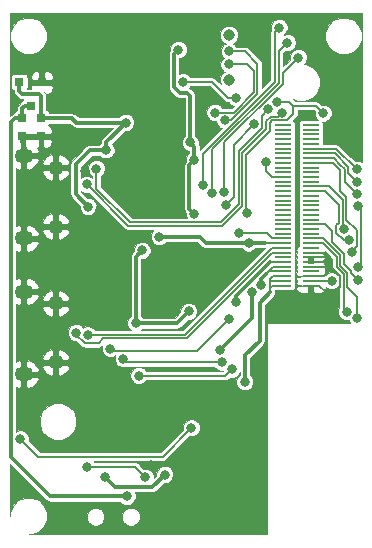
<source format=gtl>
G04 #@! TF.FileFunction,Copper,L1,Top,Signal*
%FSLAX46Y46*%
G04 Gerber Fmt 4.6, Leading zero omitted, Abs format (unit mm)*
G04 Created by KiCad (PCBNEW 4.0.2-stable) date 7/26/2016 9:47:51 PM*
%MOMM*%
G01*
G04 APERTURE LIST*
%ADD10C,0.100000*%
%ADD11C,0.838200*%
%ADD12O,1.300000X1.300000*%
%ADD13O,1.550000X1.300000*%
%ADD14R,0.800100X0.800100*%
%ADD15R,1.430000X0.200000*%
%ADD16C,0.970000*%
%ADD17R,0.750000X0.800000*%
%ADD18C,0.154000*%
%ADD19C,0.300000*%
G04 APERTURE END LIST*
D10*
D11*
X8929844Y31629843D03*
X8954844Y33404843D03*
X14454844Y34004843D03*
X24854844Y28204843D03*
X24854844Y23704843D03*
X12354844Y26704843D03*
X5854844Y14704843D03*
X1854844Y15204843D03*
X-645156Y13204843D03*
X14854844Y13204843D03*
X17204844Y4704843D03*
X22529844Y33929843D03*
X11029844Y-2070157D03*
X17029844Y929843D03*
X17029844Y-2570157D03*
X7854844Y-3720157D03*
X14029844Y-6570157D03*
X4529844Y-8570157D03*
X-2970156Y7429843D03*
X-2970156Y18929843D03*
X529844Y31429843D03*
X3529844Y31429843D03*
X3529844Y33929843D03*
X529844Y33929843D03*
D12*
X-187460Y16499100D03*
X-187460Y21499100D03*
D13*
X-2887460Y15499100D03*
X-2887460Y22499100D03*
D12*
X-187460Y4999100D03*
X-187460Y9999100D03*
D13*
X-2887460Y3999100D03*
X-2887460Y10999100D03*
D14*
X-1370156Y28720603D03*
X-3270156Y28720603D03*
X-2320156Y26721623D03*
D15*
X21405000Y11500000D03*
X21405000Y11900000D03*
X21405000Y12300000D03*
X21405000Y12700000D03*
X21405000Y13100000D03*
X21405000Y13500000D03*
X21405000Y13900000D03*
X21405000Y14300000D03*
X21405000Y14700000D03*
X21405000Y15100000D03*
X21405000Y15500000D03*
X21405000Y15900000D03*
X21405000Y16300000D03*
X21405000Y16700000D03*
X21405000Y17100000D03*
X21405000Y17500000D03*
X21405000Y17900000D03*
X21405000Y18300000D03*
X21405000Y18700000D03*
X21405000Y19100000D03*
X21405000Y19500000D03*
X21405000Y19900000D03*
X21405000Y20300000D03*
X21405000Y20700000D03*
X21405000Y21100000D03*
X21405000Y21500000D03*
X21405000Y21900000D03*
X21405000Y22300000D03*
X21405000Y22700000D03*
X21405000Y23100000D03*
X21405000Y23500000D03*
X21405000Y23900000D03*
X21405000Y24300000D03*
X21405000Y24700000D03*
X21405000Y25100000D03*
X19055000Y11500000D03*
X19055000Y11900000D03*
X19055000Y12300000D03*
X19055000Y12700000D03*
X19055000Y13100000D03*
X19055000Y13500000D03*
X19055000Y13900000D03*
X19055000Y14300000D03*
X19055000Y14700000D03*
X19055000Y15100000D03*
X19055000Y15500000D03*
X19055000Y15900000D03*
X19055000Y16300000D03*
X19055000Y16700000D03*
X19055000Y17100000D03*
X19055000Y17500000D03*
X19055000Y17900000D03*
X19055000Y18300000D03*
X19055000Y18700000D03*
X19055000Y19100000D03*
X19055000Y19500000D03*
X19055000Y19900000D03*
X19055000Y20300000D03*
X19055000Y20700000D03*
X19055000Y21100000D03*
X19055000Y21500000D03*
X19055000Y21900000D03*
X19055000Y22300000D03*
X19055000Y22700000D03*
X19055000Y23100000D03*
X19055000Y23500000D03*
X19055000Y23900000D03*
X19055000Y24300000D03*
X19055000Y24700000D03*
X19055000Y25100000D03*
D16*
X14479844Y32714843D03*
X14479844Y28904843D03*
D17*
X-1445156Y25654843D03*
X-1445156Y24154843D03*
X-3020156Y25654843D03*
X-3020156Y24154843D03*
D11*
X-2970156Y929843D03*
X4689844Y3949843D03*
X4099844Y-600157D03*
X12779844Y229843D03*
X9129844Y619843D03*
X8660000Y21295000D03*
X10139844Y26889843D03*
X8660000Y19095000D03*
X6460000Y19095000D03*
X6460000Y21295000D03*
X2249844Y21179843D03*
X12069844Y13859843D03*
X13639844Y11689843D03*
X22889844Y13509843D03*
X9054844Y-4495157D03*
X4019844Y-4720157D03*
X5854844Y-6345157D03*
X15829844Y3354843D03*
X7129844Y14479843D03*
X25439844Y13049843D03*
X25389844Y18229843D03*
X15029844Y10079843D03*
X11069844Y9319843D03*
X6589844Y8329843D03*
X11299844Y-550157D03*
X-3200156Y-1480157D03*
X17799844Y26419843D03*
X15069844Y27389843D03*
X10569844Y28749843D03*
X3249844Y21409843D03*
X2429844Y20079843D03*
X18969844Y26149843D03*
X14469844Y30229843D03*
X13289844Y26149843D03*
X14259844Y18369843D03*
X16609844Y25169843D03*
X20349844Y30809843D03*
X14089844Y19439843D03*
X14489844Y31329843D03*
X14119844Y25489843D03*
X13069844Y19329843D03*
X19419844Y32079843D03*
X18729844Y33349843D03*
X12239844Y19989843D03*
X4429844Y6179843D03*
X23159844Y11899843D03*
X14489844Y8669843D03*
X24429844Y9299843D03*
X13849844Y5019843D03*
X5519844Y5309843D03*
X25319844Y8779843D03*
X14699844Y4409843D03*
X6839844Y3879843D03*
X1539844Y7519843D03*
X2519844Y7339843D03*
X13689844Y6079843D03*
X16399844Y10949843D03*
X16139844Y15109843D03*
X8559844Y15649843D03*
X17629844Y21939843D03*
X24849844Y14389843D03*
X25299844Y19279843D03*
X25289844Y20299843D03*
X25299844Y21349843D03*
X24229844Y16299843D03*
X24599844Y15359843D03*
X25429844Y11979843D03*
X15339844Y15969843D03*
X15999844Y17639843D03*
X18559844Y27079843D03*
X22449844Y26109843D03*
X5749844Y25309843D03*
X10199844Y31479843D03*
X17199844Y11579843D03*
X11189844Y23639843D03*
X11549844Y22149843D03*
X11529844Y17609843D03*
X4070000Y22970000D03*
X2539844Y18199843D03*
X7399844Y-4730157D03*
X2469844Y-3820157D03*
D18*
X4689844Y-10157D02*
X4689844Y3949843D01*
X4099844Y-600157D02*
X4689844Y-10157D01*
X9509844Y239843D02*
X12779844Y229843D01*
X9129844Y619843D02*
X9509844Y239843D01*
X7819844Y22135156D02*
X7819844Y24569843D01*
X8660000Y21295000D02*
X7819844Y22135156D01*
X7819844Y24569843D02*
X10139844Y26889843D01*
X8660000Y19095000D02*
X8694843Y19129843D01*
X8694843Y19129843D02*
X8709844Y19129843D01*
X6460000Y19095000D02*
X6495157Y19059843D01*
X6495157Y19059843D02*
X7789844Y19059843D01*
X2249844Y21619843D02*
X2249844Y21179843D01*
X2849844Y22219843D02*
X2249844Y21619843D01*
X5535157Y22219843D02*
X2849844Y22219843D01*
X6460000Y21295000D02*
X5535157Y22219843D01*
X12069844Y13259843D02*
X12069844Y13859843D01*
X13639844Y11689843D02*
X12069844Y13259843D01*
X22719844Y13679843D02*
X22649844Y13679843D01*
X22889844Y13509843D02*
X22719844Y13679843D01*
X21405000Y11500000D02*
X22139687Y11500000D01*
X23119687Y13100000D02*
X22620001Y13100000D01*
X23879844Y12339843D02*
X23119687Y13100000D01*
X23879844Y11359843D02*
X23879844Y12339843D01*
X23489844Y10969843D02*
X23879844Y11359843D01*
X22669844Y10969843D02*
X23489844Y10969843D01*
X22139687Y11500000D02*
X22669844Y10969843D01*
X21405000Y12300000D02*
X22490001Y12300000D01*
X22719844Y12529843D02*
X22719844Y13199843D01*
X22490001Y12300000D02*
X22719844Y12529843D01*
X21405000Y13500000D02*
X22470001Y13500000D01*
X22470001Y13500000D02*
X22649844Y13679843D01*
X22649844Y13679843D02*
X22719844Y13749843D01*
X21405000Y13900000D02*
X22620001Y13900000D01*
X22620001Y13900000D02*
X22719844Y13999843D01*
X21405000Y14300000D02*
X22419687Y14300000D01*
X22620001Y13100000D02*
X21405000Y13100000D01*
X22719844Y13199843D02*
X22620001Y13100000D01*
X22719844Y13999843D02*
X22719844Y13749843D01*
X22719844Y13749843D02*
X22719844Y13199843D01*
X22419687Y14300000D02*
X22719844Y13999843D01*
D19*
X7989844Y-5560157D02*
X9054844Y-4495157D01*
X4859844Y-5560157D02*
X4019844Y-4720157D01*
X4859844Y-5560157D02*
X7989844Y-5560157D01*
X-4010156Y23364843D02*
X-4010156Y25314843D01*
X5849844Y-6340157D02*
X5854844Y-6345157D01*
X-690156Y-6340157D02*
X4939844Y-6340157D01*
X-4010156Y23364843D02*
X-4010156Y-3020157D01*
X-4010156Y-3020157D02*
X-690156Y-6340157D01*
X4939844Y-6340157D02*
X5849844Y-6340157D01*
X-3670156Y25654843D02*
X-3020156Y25654843D01*
X-4010156Y25314843D02*
X-3670156Y25654843D01*
X-3020156Y25654843D02*
X-3020156Y26504843D01*
X-3020156Y26504843D02*
X-2803376Y26721623D01*
X-2803376Y26721623D02*
X-2320156Y26721623D01*
X15839844Y5589843D02*
X15839844Y3364843D01*
D18*
X17939844Y11339843D02*
X17939844Y10949843D01*
D19*
X15839844Y5589843D02*
X17059844Y6809843D01*
X17059844Y10069843D02*
X17059844Y6809843D01*
X17939844Y10949843D02*
X17059844Y10069843D01*
X15839844Y3364843D02*
X15829844Y3354843D01*
D18*
X19055000Y11500000D02*
X18100001Y11500000D01*
X18100001Y11500000D02*
X17939844Y11339843D01*
X19055000Y11900000D02*
X17990001Y11900000D01*
X17990001Y11900000D02*
X17939844Y11849843D01*
X17939844Y12049843D02*
X17939844Y11849843D01*
X17939844Y11849843D02*
X17939844Y11339843D01*
X18190001Y12300000D02*
X17939844Y12049843D01*
X18300000Y12300000D02*
X19055000Y12300000D01*
X18300000Y12300000D02*
X18190001Y12300000D01*
D19*
X6589844Y8329843D02*
X6589844Y13939843D01*
X6589844Y13939843D02*
X7129844Y14479843D01*
D18*
X25649844Y17969843D02*
X25389844Y18229843D01*
X25649844Y13259843D02*
X25649844Y17969843D01*
X25439844Y13049843D02*
X25649844Y13259843D01*
D19*
X15029844Y10079843D02*
X15029844Y10619843D01*
X15029844Y10619843D02*
X17909844Y13499843D01*
D18*
X17909844Y13499843D02*
X19054843Y13499843D01*
X19054843Y13499843D02*
X19055000Y13500000D01*
D19*
X6599844Y8319843D02*
X6589844Y8329843D01*
X10069844Y8319843D02*
X6599844Y8319843D01*
X10069844Y8319843D02*
X11069844Y9319843D01*
D18*
X8869844Y-2980157D02*
X11299844Y-550157D01*
X-1700156Y-2980157D02*
X8869844Y-2980157D01*
X-3200156Y-1480157D02*
X-1700156Y-2980157D01*
X17269844Y25719843D02*
X17269844Y25889843D01*
X17269844Y25889843D02*
X17799844Y26419843D01*
X14409844Y27389843D02*
X15069844Y27389843D01*
X13049844Y28749843D02*
X14409844Y27389843D01*
X10569844Y28749843D02*
X13049844Y28749843D01*
X3249844Y21409843D02*
X3249844Y19695423D01*
X3249844Y19695423D02*
X6087422Y16857845D01*
X6087422Y16857845D02*
X13767846Y16857845D01*
X13767846Y16857845D02*
X15289844Y18379843D01*
X15289844Y18379843D02*
X15289844Y22869843D01*
X15289844Y22909843D02*
X15289844Y22869843D01*
X17269844Y24889843D02*
X15289844Y22909843D01*
X17269844Y25729843D02*
X17269844Y25719843D01*
X17269844Y25719843D02*
X17269844Y24889843D01*
X17629844Y25069843D02*
X17629844Y25435423D01*
X17629844Y24739843D02*
X17629844Y25069843D01*
X5959844Y16549843D02*
X10389844Y16549843D01*
X2429844Y20079843D02*
X5959844Y16549843D01*
X15597846Y22707845D02*
X17539844Y24649843D01*
X15597846Y18252265D02*
X15597846Y22707845D01*
X13895424Y16549843D02*
X15597846Y18252265D01*
X10389844Y16549843D02*
X13895424Y16549843D01*
X17539844Y24649843D02*
X17629844Y24739843D01*
X18617846Y25797845D02*
X18969844Y26149843D01*
X17992266Y25797845D02*
X18617846Y25797845D01*
X17629844Y25435423D02*
X17992266Y25797845D01*
X15999052Y30229843D02*
X16579052Y29649843D01*
X16579052Y29649843D02*
X16579052Y27880211D01*
X16579052Y27880211D02*
X14858684Y26159843D01*
X14858684Y26159843D02*
X14469844Y26159843D01*
X14469844Y30229843D02*
X15999052Y30229843D01*
X13299844Y26159843D02*
X14469844Y26159843D01*
X13289844Y26149843D02*
X13299844Y26159843D01*
X14859844Y18969843D02*
X14259844Y18369843D01*
X14859844Y23419843D02*
X14859844Y18969843D01*
X16609844Y25169843D02*
X14859844Y23419843D01*
X19009844Y29469843D02*
X19009844Y28559843D01*
X20349844Y30809843D02*
X19009844Y29469843D01*
X14069844Y23529843D02*
X14089844Y23529843D01*
X14089844Y23549843D02*
X14069844Y23529843D01*
X14089844Y23639843D02*
X14089844Y23549843D01*
X19009844Y28559843D02*
X14089844Y23639843D01*
X14089844Y21954263D02*
X14089844Y23529843D01*
X14089844Y19439843D02*
X14089844Y21954263D01*
X14089844Y23529843D02*
X14089844Y23648683D01*
X14754264Y25619843D02*
X14624264Y25489843D01*
X15819844Y31329843D02*
X16887054Y30262633D01*
X16887054Y30262633D02*
X16887054Y27752633D01*
X16887054Y27752633D02*
X14754264Y25619843D01*
X14489844Y31329843D02*
X15819844Y31329843D01*
X14624264Y25489843D02*
X14119844Y25489843D01*
X13069844Y21369843D02*
X13069844Y23064263D01*
X13069844Y19329843D02*
X13069844Y21169843D01*
X13069844Y21169843D02*
X13069844Y21369843D01*
X18701842Y28696261D02*
X18701842Y28689843D01*
X13069844Y23064263D02*
X18701842Y28696261D01*
X19039844Y31699843D02*
X18701842Y31361841D01*
X19419844Y32079843D02*
X19039844Y31699843D01*
X18701842Y31361841D02*
X18701842Y28689843D01*
X18349844Y28779843D02*
X18349844Y32969843D01*
X18729844Y33349843D02*
X18393840Y33013839D01*
X12239844Y22669843D02*
X18349844Y28779843D01*
X12239844Y19989843D02*
X12239844Y21089843D01*
X12239844Y21089843D02*
X12239844Y22669843D01*
X18349844Y32969843D02*
X18393840Y33013839D01*
X4629844Y5979843D02*
X4429844Y6179843D01*
X23159844Y11899843D02*
X21405157Y11899843D01*
X11619844Y5979843D02*
X11709844Y5979843D01*
X5289844Y5979843D02*
X11619844Y5979843D01*
X5289844Y5979843D02*
X4629844Y5979843D01*
X11799844Y5979843D02*
X11709844Y5979843D01*
X14489844Y8669843D02*
X11799844Y5979843D01*
X21405157Y11899843D02*
X21405000Y11900000D01*
X23581842Y13407845D02*
X23581842Y13073425D01*
X6329844Y5019843D02*
X5809844Y5019843D01*
X13849844Y5019843D02*
X6329844Y5019843D01*
X21405000Y15100000D02*
X22434107Y15100000D01*
X23581842Y13952265D02*
X22434107Y15100000D01*
X23581842Y13407845D02*
X23581842Y13952265D01*
X5809844Y5019843D02*
X5519844Y5309843D01*
X24187846Y9541841D02*
X24429844Y9299843D01*
X24187846Y12467421D02*
X24187846Y9541841D01*
X23581842Y13073425D02*
X24187846Y12467421D01*
X23889844Y13579843D02*
X23889844Y13201003D01*
X21405000Y15500000D02*
X22469687Y15500000D01*
X23889844Y14079843D02*
X23889844Y13579843D01*
X22469687Y15500000D02*
X23889844Y14079843D01*
X14169844Y3879843D02*
X14699844Y4409843D01*
X6839844Y3879843D02*
X14169844Y3879843D01*
X25319844Y8779843D02*
X25319844Y10539843D01*
X24495848Y11363839D02*
X25319844Y10539843D01*
X24495848Y12594999D02*
X24495848Y11363839D01*
X23889844Y13201003D02*
X24495848Y12594999D01*
X18150001Y14300000D02*
X19055000Y14300000D01*
X10881842Y7031841D02*
X18150001Y14300000D01*
X3821842Y7031841D02*
X10881842Y7031841D01*
X3429844Y6639843D02*
X3821842Y7031841D01*
X2249844Y6639843D02*
X3429844Y6639843D01*
X1539844Y7349843D02*
X2249844Y6639843D01*
X1539844Y7519843D02*
X1539844Y7349843D01*
X19055000Y14700000D02*
X18100001Y14700000D01*
X10739844Y7339843D02*
X2519844Y7339843D01*
X18100001Y14700000D02*
X10739844Y7339843D01*
D19*
X16399844Y10419843D02*
X16399844Y10949843D01*
X16399844Y8789843D02*
X16399844Y10419843D01*
X13689844Y6079843D02*
X16399844Y8789843D01*
X16139844Y15109843D02*
X16139844Y15100000D01*
X16139844Y15100000D02*
X16139844Y15109843D01*
X16139844Y15109843D02*
X16139844Y15100000D01*
X17520001Y15100000D02*
X16139844Y15100000D01*
X16139844Y15100000D02*
X12529687Y15100000D01*
X11979844Y15649843D02*
X8559844Y15649843D01*
X12529687Y15100000D02*
X11979844Y15649843D01*
D18*
X19055000Y15100000D02*
X17520001Y15100000D01*
X17520001Y15100000D02*
X17519844Y15099843D01*
X19055000Y20700000D02*
X18129687Y20700000D01*
X17629844Y21199843D02*
X17629844Y21939843D01*
X18129687Y20700000D02*
X17629844Y21199843D01*
X25319844Y16149843D02*
X25319844Y14859843D01*
X24407846Y19011841D02*
X24407846Y17061841D01*
X24407846Y17061841D02*
X25279844Y16189843D01*
X23279687Y21900000D02*
X21405000Y21900000D01*
X23899844Y21279843D02*
X23899844Y19519843D01*
X23279687Y21900000D02*
X23899844Y21279843D01*
X23899844Y19519843D02*
X24407846Y19011841D01*
X25279844Y16189843D02*
X25319844Y16149843D01*
X25319844Y14859843D02*
X24849844Y14389843D01*
X24281842Y21367845D02*
X24281842Y20297845D01*
X24281842Y20297845D02*
X25299844Y19279843D01*
X21405000Y22300000D02*
X23349687Y22300000D01*
X23349687Y22300000D02*
X23909844Y21739843D01*
X23909844Y21739843D02*
X24281842Y21367845D01*
X24589844Y21569843D02*
X24589844Y20999843D01*
X23459687Y22700000D02*
X24589844Y21569843D01*
X21405000Y22700000D02*
X23459687Y22700000D01*
X24589844Y20999843D02*
X25289844Y20299843D01*
X21405000Y23100000D02*
X23549687Y23100000D01*
X23549687Y23100000D02*
X25299844Y21349843D01*
X24099844Y18779843D02*
X24099844Y16429843D01*
X22979687Y19900000D02*
X24099844Y18779843D01*
X21405000Y19900000D02*
X22979687Y19900000D01*
X24099844Y16429843D02*
X24229844Y16299843D01*
X23759844Y18359843D02*
X23759844Y16799843D01*
X23759844Y16799843D02*
X23559844Y16599843D01*
X23559844Y16599843D02*
X23559844Y15979843D01*
X23559844Y15979843D02*
X24179844Y15359843D01*
X24179844Y15359843D02*
X24599844Y15359843D01*
X21405000Y19500000D02*
X22619687Y19500000D01*
X22619687Y19500000D02*
X23419844Y18699843D01*
X23419844Y18699843D02*
X23759844Y18359843D01*
X24197846Y13707421D02*
X24197846Y13328581D01*
X23179844Y15225423D02*
X24197846Y14207421D01*
X24197846Y14207421D02*
X24197846Y13707421D01*
X22599687Y16700000D02*
X23179844Y16119843D01*
X23179844Y16119843D02*
X23179844Y15629843D01*
X21405000Y16700000D02*
X22599687Y16700000D01*
X23179844Y15629843D02*
X23179844Y15225423D01*
X24803850Y12605837D02*
X25429844Y11979843D01*
X24803850Y12722577D02*
X24803850Y12605837D01*
X24197846Y13328581D02*
X24803850Y12722577D01*
X18159687Y15500000D02*
X19055000Y15500000D01*
X18159687Y15500000D02*
X17689844Y15969843D01*
X17689844Y15969843D02*
X15339844Y15969843D01*
D19*
X-1445156Y25654843D02*
X1204844Y25654843D01*
X1549844Y25309843D02*
X5749844Y25309843D01*
X1204844Y25654843D02*
X1549844Y25309843D01*
X-3020156Y27719843D02*
X-1635156Y27719843D01*
X-3270156Y28720603D02*
X-3270156Y27969843D01*
X-3020156Y27719843D02*
X-3270156Y27969843D01*
X-1445156Y27529843D02*
X-1445156Y25654843D01*
X-1635156Y27719843D02*
X-1445156Y27529843D01*
D18*
X19349844Y25489843D02*
X18119844Y25489843D01*
X19929844Y26069843D02*
X19349844Y25489843D01*
X19929844Y26729843D02*
X19929844Y26069843D01*
X15905848Y17733839D02*
X15999844Y17639843D01*
X15905848Y22580267D02*
X15905848Y17733839D01*
X17937846Y24612265D02*
X15905848Y22580267D01*
X17937846Y25307845D02*
X17937846Y24612265D01*
X18119844Y25489843D02*
X17937846Y25307845D01*
X18559844Y27079843D02*
X19579844Y27079843D01*
X21829844Y26729843D02*
X22449844Y26109843D01*
X19929844Y26729843D02*
X21829844Y26729843D01*
X19579844Y27079843D02*
X19929844Y26729843D01*
D19*
X4070000Y22970000D02*
X4070000Y23629999D01*
X4070000Y23629999D02*
X5749844Y25309843D01*
X10199844Y31479843D02*
X9819844Y31099843D01*
X11189844Y27569843D02*
X11189844Y23639843D01*
X10949844Y27809843D02*
X11189844Y27569843D01*
X10339844Y27809843D02*
X10949844Y27809843D01*
X9819844Y28329843D02*
X10339844Y27809843D01*
X9819844Y31099843D02*
X9819844Y28329843D01*
X17199844Y12069843D02*
X17199844Y11579843D01*
D18*
X17809844Y12679843D02*
X17609844Y12479843D01*
D19*
X17609844Y12479843D02*
X17199844Y12069843D01*
D18*
X19055000Y12700000D02*
X17830001Y12700000D01*
X17809844Y12699843D02*
X17809844Y12679843D01*
X17829844Y12699843D02*
X17809844Y12699843D01*
X17830001Y12700000D02*
X17829844Y12699843D01*
X19055000Y13100000D02*
X18230001Y13100000D01*
X18230001Y13100000D02*
X17809844Y12679843D01*
D19*
X11549844Y22149843D02*
X11549844Y23279843D01*
X11549844Y23279843D02*
X11189844Y23639843D01*
X11129844Y21729843D02*
X11549844Y22149843D01*
X11129844Y18009843D02*
X11129844Y21729843D01*
X11529844Y17609843D02*
X11129844Y18009843D01*
X1499844Y19239843D02*
X2539844Y18199843D01*
X1499844Y21769843D02*
X1499844Y19239843D01*
X2700001Y22970000D02*
X1499844Y21769843D01*
X2700001Y22970000D02*
X4070000Y22970000D01*
D18*
X6489844Y-3820157D02*
X7399844Y-4730157D01*
X2469844Y-3820157D02*
X6489844Y-3820157D01*
D10*
G36*
X21743236Y26283292D02*
X21730869Y26253508D01*
X21730619Y25967433D01*
X21839865Y25703038D01*
X22036682Y25505877D01*
X20690000Y25505877D01*
X20578827Y25484958D01*
X20476721Y25419255D01*
X20408222Y25319003D01*
X20384123Y25200000D01*
X20384123Y25000000D01*
X20403630Y24896329D01*
X20384123Y24800000D01*
X20384123Y24600000D01*
X20403630Y24496329D01*
X20384123Y24400000D01*
X20384123Y24200000D01*
X20403630Y24096329D01*
X20384123Y24000000D01*
X20384123Y23800000D01*
X20403630Y23696329D01*
X20384123Y23600000D01*
X20384123Y23400000D01*
X20403630Y23296329D01*
X20384123Y23200000D01*
X20384123Y23000000D01*
X20403630Y22896329D01*
X20384123Y22800000D01*
X20384123Y22600000D01*
X20403630Y22496329D01*
X20384123Y22400000D01*
X20384123Y22200000D01*
X20403630Y22096329D01*
X20384123Y22000000D01*
X20384123Y21800000D01*
X20403630Y21696329D01*
X20384123Y21600000D01*
X20384123Y21400000D01*
X20403630Y21296329D01*
X20384123Y21200000D01*
X20384123Y21000000D01*
X20403630Y20896329D01*
X20384123Y20800000D01*
X20384123Y20600000D01*
X20403630Y20496329D01*
X20384123Y20400000D01*
X20384123Y20200000D01*
X20403630Y20096329D01*
X20384123Y20000000D01*
X20384123Y19800000D01*
X20403630Y19696329D01*
X20384123Y19600000D01*
X20384123Y19400000D01*
X20403630Y19296329D01*
X20384123Y19200000D01*
X20384123Y19000000D01*
X20403630Y18896329D01*
X20384123Y18800000D01*
X20384123Y18600000D01*
X20403630Y18496329D01*
X20384123Y18400000D01*
X20384123Y18200000D01*
X20403630Y18096329D01*
X20384123Y18000000D01*
X20384123Y17800000D01*
X20403630Y17696329D01*
X20384123Y17600000D01*
X20384123Y17400000D01*
X20403630Y17296329D01*
X20384123Y17200000D01*
X20384123Y17000000D01*
X20403630Y16896329D01*
X20384123Y16800000D01*
X20384123Y16600000D01*
X20403630Y16496329D01*
X20384123Y16400000D01*
X20384123Y16200000D01*
X20403630Y16096329D01*
X20384123Y16000000D01*
X20384123Y15800000D01*
X20403630Y15696329D01*
X20384123Y15600000D01*
X20384123Y15400000D01*
X20403630Y15296329D01*
X20384123Y15200000D01*
X20384123Y15000000D01*
X20403630Y14896329D01*
X20401205Y14884353D01*
X20373918Y14873050D01*
X20216951Y14716082D01*
X20132000Y14510993D01*
X20132000Y14489500D01*
X20261184Y14360316D01*
X20216951Y14316082D01*
X20132000Y14110993D01*
X20132000Y14089007D01*
X20210290Y13900000D01*
X20132000Y13710993D01*
X20132000Y13689007D01*
X20210290Y13500000D01*
X20132000Y13310993D01*
X20132000Y13289007D01*
X20216951Y13083918D01*
X20261184Y13039684D01*
X20132000Y12910500D01*
X20132000Y12889007D01*
X20210290Y12700000D01*
X20132000Y12510993D01*
X20132000Y12489500D01*
X20271500Y12350000D01*
X20524488Y12350000D01*
X20570997Y12318222D01*
X20659914Y12300216D01*
X20578827Y12284958D01*
X20524500Y12250000D01*
X20271500Y12250000D01*
X20132000Y12110500D01*
X20132000Y12089007D01*
X20210290Y11900000D01*
X20132000Y11710993D01*
X20132000Y11689500D01*
X20271500Y11550000D01*
X20524488Y11550000D01*
X20570997Y11518222D01*
X20690000Y11494123D01*
X21629000Y11494123D01*
X21629000Y11450000D01*
X21609000Y11450000D01*
X21609000Y10981500D01*
X21748500Y10842000D01*
X22230993Y10842000D01*
X22436082Y10926950D01*
X22593049Y11083918D01*
X22678000Y11289007D01*
X22678000Y11364679D01*
X22751975Y11290575D01*
X23016179Y11180868D01*
X23302254Y11180618D01*
X23566649Y11289864D01*
X23769112Y11491974D01*
X23810846Y11592481D01*
X23810846Y9684280D01*
X23710869Y9443508D01*
X23710619Y9157433D01*
X23819865Y8893038D01*
X24021975Y8690575D01*
X24286179Y8580868D01*
X24572254Y8580618D01*
X24616535Y8598914D01*
X24709865Y8373038D01*
X24752828Y8330000D01*
X17750000Y8330000D01*
X17731891Y8326605D01*
X17715185Y8315888D01*
X17703966Y8299516D01*
X17700000Y8280068D01*
X17690000Y940068D01*
X17690000Y-9555000D01*
X-2465528Y-9555000D01*
X-2490623Y-9550008D01*
X-2193039Y-9550268D01*
X-1623143Y-9314792D01*
X-1186740Y-8879151D01*
X-950270Y-8309667D01*
X-950204Y-8233530D01*
X2429870Y-8233530D01*
X2543811Y-8509286D01*
X2754605Y-8720448D01*
X3030161Y-8834869D01*
X3328530Y-8835130D01*
X3604286Y-8721189D01*
X3815448Y-8510395D01*
X3929869Y-8234839D01*
X3929870Y-8233530D01*
X5429870Y-8233530D01*
X5543811Y-8509286D01*
X5754605Y-8720448D01*
X6030161Y-8834869D01*
X6328530Y-8835130D01*
X6604286Y-8721189D01*
X6815448Y-8510395D01*
X6929869Y-8234839D01*
X6930130Y-7936470D01*
X6816189Y-7660714D01*
X6605395Y-7449552D01*
X6329839Y-7335131D01*
X6031470Y-7334870D01*
X5755714Y-7448811D01*
X5544552Y-7659605D01*
X5430131Y-7935161D01*
X5429870Y-8233530D01*
X3929870Y-8233530D01*
X3930130Y-7936470D01*
X3816189Y-7660714D01*
X3605395Y-7449552D01*
X3329839Y-7335131D01*
X3031470Y-7334870D01*
X2755714Y-7448811D01*
X2544552Y-7659605D01*
X2430131Y-7935161D01*
X2429870Y-8233530D01*
X-950204Y-8233530D01*
X-949732Y-7693039D01*
X-1185208Y-7123143D01*
X-1620849Y-6686740D01*
X-2190333Y-6450270D01*
X-2806961Y-6449732D01*
X-3376857Y-6685208D01*
X-3813260Y-7120849D01*
X-4049730Y-7690333D01*
X-4049992Y-7990705D01*
X-4055000Y-7965528D01*
X-4055000Y-3611709D01*
X-1008354Y-6658355D01*
X-862364Y-6755903D01*
X-690156Y-6790157D01*
X5282993Y-6790157D01*
X5446975Y-6954425D01*
X5711179Y-7064132D01*
X5997254Y-7064382D01*
X6261649Y-6955136D01*
X6464112Y-6753026D01*
X6573819Y-6488822D01*
X6574069Y-6202747D01*
X6494492Y-6010157D01*
X7989844Y-6010157D01*
X8162052Y-5975903D01*
X8308042Y-5878355D01*
X8972212Y-5214185D01*
X9197254Y-5214382D01*
X9461649Y-5105136D01*
X9664112Y-4903026D01*
X9773819Y-4638822D01*
X9774069Y-4352747D01*
X9664823Y-4088352D01*
X9462713Y-3885889D01*
X9198509Y-3776182D01*
X8912434Y-3775932D01*
X8648039Y-3885178D01*
X8445576Y-4087288D01*
X8335869Y-4351492D01*
X8335671Y-4577934D01*
X8118888Y-4794717D01*
X8119069Y-4587747D01*
X8009823Y-4323352D01*
X7807713Y-4120889D01*
X7543509Y-4011182D01*
X7257434Y-4010932D01*
X7226542Y-4023697D01*
X6756423Y-3553578D01*
X6634116Y-3471854D01*
X6489844Y-3443157D01*
X3092138Y-3443157D01*
X3079823Y-3413352D01*
X3023726Y-3357157D01*
X8869844Y-3357157D01*
X9014116Y-3328460D01*
X9136423Y-3246736D01*
X11126395Y-1256764D01*
X11156179Y-1269132D01*
X11442254Y-1269382D01*
X11706649Y-1160136D01*
X11909112Y-958026D01*
X12018819Y-693822D01*
X12019069Y-407747D01*
X11909823Y-143352D01*
X11707713Y59111D01*
X11443509Y168818D01*
X11157434Y169068D01*
X10893039Y59822D01*
X10690576Y-142288D01*
X10580869Y-406492D01*
X10580619Y-692567D01*
X10593384Y-723459D01*
X8713686Y-2603157D01*
X-1543998Y-2603157D01*
X-2493549Y-1653606D01*
X-2481181Y-1623822D01*
X-2480931Y-1337747D01*
X-2590177Y-1073352D01*
X-2792287Y-870889D01*
X-3056491Y-761182D01*
X-3342566Y-760932D01*
X-3560156Y-850839D01*
X-3560156Y-306961D01*
X-1550268Y-306961D01*
X-1314792Y-876857D01*
X-879151Y-1313260D01*
X-309667Y-1549730D01*
X306961Y-1550268D01*
X876857Y-1314792D01*
X1313260Y-879151D01*
X1549730Y-309667D01*
X1550268Y306961D01*
X1314792Y876857D01*
X879151Y1313260D01*
X309667Y1549730D01*
X-306961Y1550268D01*
X-876857Y1314792D01*
X-1313260Y879151D01*
X-1549730Y309667D01*
X-1550268Y-306961D01*
X-3560156Y-306961D01*
X-3560156Y2950444D01*
X-3278415Y2824931D01*
X-3091460Y2937282D01*
X-3091460Y3795100D01*
X-2683460Y3795100D01*
X-2683460Y2937282D01*
X-2496505Y2824931D01*
X-2067415Y3016086D01*
X-1744139Y3356896D01*
X-1618382Y3611353D01*
X-1713615Y3795100D01*
X-2683460Y3795100D01*
X-3091460Y3795100D01*
X-3111460Y3795100D01*
X-3111460Y4203100D01*
X-3091460Y4203100D01*
X-3091460Y5060918D01*
X-2683460Y5060918D01*
X-2683460Y4203100D01*
X-1713615Y4203100D01*
X-1618382Y4386847D01*
X-1729336Y4611353D01*
X-1331538Y4611353D01*
X-1270640Y4464282D01*
X-983522Y4090477D01*
X-575210Y3855002D01*
X-391460Y3947930D01*
X-391460Y4795100D01*
X16540Y4795100D01*
X16540Y3947930D01*
X200290Y3855002D01*
X608602Y4090477D01*
X895720Y4464282D01*
X956618Y4611353D01*
X861385Y4795100D01*
X16540Y4795100D01*
X-391460Y4795100D01*
X-1236305Y4795100D01*
X-1331538Y4611353D01*
X-1729336Y4611353D01*
X-1744139Y4641304D01*
X-2067415Y4982114D01*
X-2496505Y5173269D01*
X-2683460Y5060918D01*
X-3091460Y5060918D01*
X-3278415Y5173269D01*
X-3560156Y5047756D01*
X-3560156Y5386847D01*
X-1331538Y5386847D01*
X-1236305Y5203100D01*
X-391460Y5203100D01*
X-391460Y6050270D01*
X16540Y6050270D01*
X16540Y5203100D01*
X861385Y5203100D01*
X956618Y5386847D01*
X895720Y5533918D01*
X608602Y5907723D01*
X200290Y6143198D01*
X16540Y6050270D01*
X-391460Y6050270D01*
X-575210Y6143198D01*
X-983522Y5907723D01*
X-1270640Y5533918D01*
X-1331538Y5386847D01*
X-3560156Y5386847D01*
X-3560156Y9611353D01*
X-1331538Y9611353D01*
X-1270640Y9464282D01*
X-983522Y9090477D01*
X-575210Y8855002D01*
X-391460Y8947930D01*
X-391460Y9795100D01*
X16540Y9795100D01*
X16540Y8947930D01*
X200290Y8855002D01*
X608602Y9090477D01*
X895720Y9464282D01*
X956618Y9611353D01*
X861385Y9795100D01*
X16540Y9795100D01*
X-391460Y9795100D01*
X-1236305Y9795100D01*
X-1331538Y9611353D01*
X-3560156Y9611353D01*
X-3560156Y9950444D01*
X-3278415Y9824931D01*
X-3091460Y9937282D01*
X-3091460Y10795100D01*
X-2683460Y10795100D01*
X-2683460Y9937282D01*
X-2496505Y9824931D01*
X-2067415Y10016086D01*
X-1744139Y10356896D01*
X-1729337Y10386847D01*
X-1331538Y10386847D01*
X-1236305Y10203100D01*
X-391460Y10203100D01*
X-391460Y11050270D01*
X16540Y11050270D01*
X16540Y10203100D01*
X861385Y10203100D01*
X956618Y10386847D01*
X895720Y10533918D01*
X608602Y10907723D01*
X200290Y11143198D01*
X16540Y11050270D01*
X-391460Y11050270D01*
X-575210Y11143198D01*
X-983522Y10907723D01*
X-1270640Y10533918D01*
X-1331538Y10386847D01*
X-1729337Y10386847D01*
X-1618382Y10611353D01*
X-1713615Y10795100D01*
X-2683460Y10795100D01*
X-3091460Y10795100D01*
X-3111460Y10795100D01*
X-3111460Y11203100D01*
X-3091460Y11203100D01*
X-3091460Y12060918D01*
X-2683460Y12060918D01*
X-2683460Y11203100D01*
X-1713615Y11203100D01*
X-1618382Y11386847D01*
X-1744139Y11641304D01*
X-2067415Y11982114D01*
X-2496505Y12173269D01*
X-2683460Y12060918D01*
X-3091460Y12060918D01*
X-3278415Y12173269D01*
X-3560156Y12047756D01*
X-3560156Y14450444D01*
X-3278415Y14324931D01*
X-3091460Y14437282D01*
X-3091460Y15295100D01*
X-2683460Y15295100D01*
X-2683460Y14437282D01*
X-2496505Y14324931D01*
X-2067415Y14516086D01*
X-1744139Y14856896D01*
X-1618382Y15111353D01*
X-1713615Y15295100D01*
X-2683460Y15295100D01*
X-3091460Y15295100D01*
X-3111460Y15295100D01*
X-3111460Y15703100D01*
X-3091460Y15703100D01*
X-3091460Y16560918D01*
X-2683460Y16560918D01*
X-2683460Y15703100D01*
X-1713615Y15703100D01*
X-1618382Y15886847D01*
X-1729336Y16111353D01*
X-1331538Y16111353D01*
X-1270640Y15964282D01*
X-983522Y15590477D01*
X-575210Y15355002D01*
X-391460Y15447930D01*
X-391460Y16295100D01*
X16540Y16295100D01*
X16540Y15447930D01*
X200290Y15355002D01*
X608602Y15590477D01*
X895720Y15964282D01*
X956618Y16111353D01*
X861385Y16295100D01*
X16540Y16295100D01*
X-391460Y16295100D01*
X-1236305Y16295100D01*
X-1331538Y16111353D01*
X-1729336Y16111353D01*
X-1744139Y16141304D01*
X-2067415Y16482114D01*
X-2496505Y16673269D01*
X-2683460Y16560918D01*
X-3091460Y16560918D01*
X-3278415Y16673269D01*
X-3560156Y16547756D01*
X-3560156Y16886847D01*
X-1331538Y16886847D01*
X-1236305Y16703100D01*
X-391460Y16703100D01*
X-391460Y17550270D01*
X16540Y17550270D01*
X16540Y16703100D01*
X861385Y16703100D01*
X956618Y16886847D01*
X895720Y17033918D01*
X608602Y17407723D01*
X200290Y17643198D01*
X16540Y17550270D01*
X-391460Y17550270D01*
X-575210Y17643198D01*
X-983522Y17407723D01*
X-1270640Y17033918D01*
X-1331538Y16886847D01*
X-3560156Y16886847D01*
X-3560156Y21111353D01*
X-1331538Y21111353D01*
X-1270640Y20964282D01*
X-983522Y20590477D01*
X-575210Y20355002D01*
X-391460Y20447930D01*
X-391460Y21295100D01*
X16540Y21295100D01*
X16540Y20447930D01*
X200290Y20355002D01*
X608602Y20590477D01*
X895720Y20964282D01*
X956618Y21111353D01*
X861385Y21295100D01*
X16540Y21295100D01*
X-391460Y21295100D01*
X-1236305Y21295100D01*
X-1331538Y21111353D01*
X-3560156Y21111353D01*
X-3560156Y21450444D01*
X-3278415Y21324931D01*
X-3091460Y21437282D01*
X-3091460Y22295100D01*
X-2683460Y22295100D01*
X-2683460Y21437282D01*
X-2496505Y21324931D01*
X-2067415Y21516086D01*
X-1744139Y21856896D01*
X-1729337Y21886847D01*
X-1331538Y21886847D01*
X-1236305Y21703100D01*
X-391460Y21703100D01*
X-391460Y22550270D01*
X16540Y22550270D01*
X16540Y21703100D01*
X861385Y21703100D01*
X956618Y21886847D01*
X895720Y22033918D01*
X608602Y22407723D01*
X200290Y22643198D01*
X16540Y22550270D01*
X-391460Y22550270D01*
X-575210Y22643198D01*
X-983522Y22407723D01*
X-1270640Y22033918D01*
X-1331538Y21886847D01*
X-1729337Y21886847D01*
X-1618382Y22111353D01*
X-1713615Y22295100D01*
X-2683460Y22295100D01*
X-3091460Y22295100D01*
X-3111460Y22295100D01*
X-3111460Y22703100D01*
X-3091460Y22703100D01*
X-3091460Y23560918D01*
X-3207656Y23630746D01*
X-3207656Y23954843D01*
X-2832656Y23954843D01*
X-2832656Y23336343D01*
X-2693156Y23196843D01*
X-2683460Y23196843D01*
X-2683460Y22703100D01*
X-1713615Y22703100D01*
X-1618382Y22886847D01*
X-1744139Y23141304D01*
X-1796821Y23196843D01*
X-1772156Y23196843D01*
X-1632656Y23336343D01*
X-1632656Y23954843D01*
X-1257656Y23954843D01*
X-1257656Y23336343D01*
X-1118156Y23196843D01*
X-959163Y23196843D01*
X-754074Y23281794D01*
X-597106Y23438761D01*
X-512156Y23643850D01*
X-512156Y23815343D01*
X-651656Y23954843D01*
X-1257656Y23954843D01*
X-1632656Y23954843D01*
X-2832656Y23954843D01*
X-3207656Y23954843D01*
X-3244156Y23954843D01*
X-3244156Y24354843D01*
X-3207656Y24354843D01*
X-3207656Y24378843D01*
X-2832656Y24378843D01*
X-2832656Y24354843D01*
X-1632656Y24354843D01*
X-1632656Y24378843D01*
X-1257656Y24378843D01*
X-1257656Y24354843D01*
X-651656Y24354843D01*
X-512156Y24494343D01*
X-512156Y24665836D01*
X-597106Y24870925D01*
X-754074Y25027892D01*
X-838298Y25062779D01*
X-788378Y25135840D01*
X-774404Y25204843D01*
X1018448Y25204843D01*
X1231646Y24991645D01*
X1377636Y24894097D01*
X1549844Y24859843D01*
X4663448Y24859843D01*
X3751802Y23948197D01*
X3654254Y23802207D01*
X3620000Y23629999D01*
X3620000Y23536859D01*
X3502937Y23420000D01*
X2700001Y23420000D01*
X2527793Y23385746D01*
X2381803Y23288198D01*
X1181646Y22088041D01*
X1084098Y21942051D01*
X1049844Y21769843D01*
X1049844Y19239843D01*
X1084098Y19067635D01*
X1175034Y18931540D01*
X1181646Y18921645D01*
X1820816Y18282475D01*
X1820619Y18057433D01*
X1929865Y17793038D01*
X2131975Y17590575D01*
X2396179Y17480868D01*
X2682254Y17480618D01*
X2946649Y17589864D01*
X3149112Y17791974D01*
X3258819Y18056178D01*
X3259069Y18342253D01*
X3149823Y18606648D01*
X2947713Y18809111D01*
X2683509Y18918818D01*
X2457067Y18919016D01*
X1949844Y19426239D01*
X1949844Y19542832D01*
X2021975Y19470575D01*
X2286179Y19360868D01*
X2572254Y19360618D01*
X2603146Y19373383D01*
X5693265Y16283264D01*
X5815572Y16201540D01*
X5959844Y16172843D01*
X8065908Y16172843D01*
X7950576Y16057712D01*
X7840869Y15793508D01*
X7840619Y15507433D01*
X7949865Y15243038D01*
X8151975Y15040575D01*
X8416179Y14930868D01*
X8702254Y14930618D01*
X8966649Y15039864D01*
X9126907Y15199843D01*
X11793448Y15199843D01*
X12211489Y14781802D01*
X12357479Y14684254D01*
X12529687Y14650000D01*
X15582811Y14650000D01*
X15731975Y14500575D01*
X15996179Y14390868D01*
X16282254Y14390618D01*
X16546649Y14499864D01*
X16697047Y14650000D01*
X17516843Y14650000D01*
X10583686Y7716843D01*
X6989338Y7716843D01*
X6996649Y7719864D01*
X7146890Y7869843D01*
X10069844Y7869843D01*
X10242052Y7904097D01*
X10388042Y8001645D01*
X10987212Y8600815D01*
X11212254Y8600618D01*
X11476649Y8709864D01*
X11679112Y8911974D01*
X11788819Y9176178D01*
X11789069Y9462253D01*
X11679823Y9726648D01*
X11477713Y9929111D01*
X11213509Y10038818D01*
X10927434Y10039068D01*
X10663039Y9929822D01*
X10460576Y9727712D01*
X10350869Y9463508D01*
X10350671Y9237066D01*
X9883448Y8769843D01*
X7166686Y8769843D01*
X7039844Y8896906D01*
X7039844Y13753447D01*
X7047212Y13760815D01*
X7272254Y13760618D01*
X7536649Y13869864D01*
X7739112Y14071974D01*
X7848819Y14336178D01*
X7849069Y14622253D01*
X7739823Y14886648D01*
X7537713Y15089111D01*
X7273509Y15198818D01*
X6987434Y15199068D01*
X6723039Y15089822D01*
X6520576Y14887712D01*
X6410869Y14623508D01*
X6410671Y14397066D01*
X6271646Y14258041D01*
X6174098Y14112051D01*
X6139844Y13939843D01*
X6139844Y8896702D01*
X5980576Y8737712D01*
X5870869Y8473508D01*
X5870619Y8187433D01*
X5979865Y7923038D01*
X6181975Y7720575D01*
X6190963Y7716843D01*
X3142138Y7716843D01*
X3129823Y7746648D01*
X2927713Y7949111D01*
X2663509Y8058818D01*
X2377434Y8059068D01*
X2122703Y7953815D01*
X1947713Y8129111D01*
X1683509Y8238818D01*
X1397434Y8239068D01*
X1133039Y8129822D01*
X930576Y7927712D01*
X820869Y7663508D01*
X820619Y7377433D01*
X929865Y7113038D01*
X1131975Y6910575D01*
X1396179Y6800868D01*
X1555800Y6800729D01*
X1983265Y6373263D01*
X2050788Y6328146D01*
X2105572Y6291540D01*
X2249844Y6262843D01*
X3429844Y6262843D01*
X3574116Y6291540D01*
X3696423Y6373264D01*
X3756458Y6433299D01*
X3710869Y6323508D01*
X3710619Y6037433D01*
X3819865Y5773038D01*
X4021975Y5570575D01*
X4286179Y5460868D01*
X4572254Y5460618D01*
X4836649Y5569864D01*
X4858059Y5591236D01*
X4800869Y5453508D01*
X4800619Y5167433D01*
X4909865Y4903038D01*
X5111975Y4700575D01*
X5376179Y4590868D01*
X5662254Y4590618D01*
X5795536Y4645689D01*
X5809844Y4642843D01*
X13227550Y4642843D01*
X13239865Y4613038D01*
X13441975Y4410575D01*
X13706179Y4300868D01*
X13980648Y4300628D01*
X13980619Y4267433D01*
X13984995Y4256843D01*
X7462138Y4256843D01*
X7449823Y4286648D01*
X7247713Y4489111D01*
X6983509Y4598818D01*
X6697434Y4599068D01*
X6433039Y4489822D01*
X6230576Y4287712D01*
X6120869Y4023508D01*
X6120619Y3737433D01*
X6229865Y3473038D01*
X6431975Y3270575D01*
X6696179Y3160868D01*
X6982254Y3160618D01*
X7246649Y3269864D01*
X7449112Y3471974D01*
X7461930Y3502843D01*
X14169844Y3502843D01*
X14314116Y3531540D01*
X14436423Y3613264D01*
X14526395Y3703236D01*
X14556179Y3690868D01*
X14842254Y3690618D01*
X15106649Y3799864D01*
X15309112Y4001974D01*
X15389844Y4196398D01*
X15389844Y3931685D01*
X15220576Y3762712D01*
X15110869Y3498508D01*
X15110619Y3212433D01*
X15219865Y2948038D01*
X15421975Y2745575D01*
X15686179Y2635868D01*
X15972254Y2635618D01*
X16236649Y2744864D01*
X16439112Y2946974D01*
X16548819Y3211178D01*
X16549069Y3497253D01*
X16439823Y3761648D01*
X16289844Y3911889D01*
X16289844Y5403447D01*
X17378042Y6491645D01*
X17475591Y6637636D01*
X17509844Y6809843D01*
X17509844Y9883447D01*
X18258042Y10631645D01*
X18355590Y10777636D01*
X18389844Y10949843D01*
X18361145Y11094123D01*
X19770000Y11094123D01*
X19881173Y11115042D01*
X19983279Y11180745D01*
X20051778Y11280997D01*
X20057752Y11310500D01*
X20132000Y11310500D01*
X20132000Y11289007D01*
X20216951Y11083918D01*
X20373918Y10926950D01*
X20579007Y10842000D01*
X21061500Y10842000D01*
X21201000Y10981500D01*
X21201000Y11450000D01*
X20271500Y11450000D01*
X20132000Y11310500D01*
X20057752Y11310500D01*
X20075877Y11400000D01*
X20075877Y11600000D01*
X20056370Y11703671D01*
X20075877Y11800000D01*
X20075877Y12000000D01*
X20056370Y12103671D01*
X20075877Y12200000D01*
X20075877Y12400000D01*
X20056370Y12503671D01*
X20075877Y12600000D01*
X20075877Y12800000D01*
X20056370Y12903671D01*
X20075877Y13000000D01*
X20075877Y13200000D01*
X20056370Y13303671D01*
X20075877Y13400000D01*
X20075877Y13600000D01*
X20056370Y13703671D01*
X20075877Y13800000D01*
X20075877Y14000000D01*
X20056370Y14103671D01*
X20075877Y14200000D01*
X20075877Y14400000D01*
X20056370Y14503671D01*
X20075877Y14600000D01*
X20075877Y14800000D01*
X20056370Y14903671D01*
X20075877Y15000000D01*
X20075877Y15200000D01*
X20056370Y15303671D01*
X20075877Y15400000D01*
X20075877Y15600000D01*
X20056370Y15703671D01*
X20075877Y15800000D01*
X20075877Y16000000D01*
X20056370Y16103671D01*
X20075877Y16200000D01*
X20075877Y16400000D01*
X20056370Y16503671D01*
X20075877Y16600000D01*
X20075877Y16800000D01*
X20056370Y16903671D01*
X20075877Y17000000D01*
X20075877Y17200000D01*
X20056370Y17303671D01*
X20075877Y17400000D01*
X20075877Y17600000D01*
X20056370Y17703671D01*
X20075877Y17800000D01*
X20075877Y18000000D01*
X20056370Y18103671D01*
X20075877Y18200000D01*
X20075877Y18400000D01*
X20056370Y18503671D01*
X20075877Y18600000D01*
X20075877Y18800000D01*
X20056370Y18903671D01*
X20075877Y19000000D01*
X20075877Y19200000D01*
X20056370Y19303671D01*
X20075877Y19400000D01*
X20075877Y19600000D01*
X20056370Y19703671D01*
X20075877Y19800000D01*
X20075877Y20000000D01*
X20056370Y20103671D01*
X20075877Y20200000D01*
X20075877Y20400000D01*
X20056370Y20503671D01*
X20075877Y20600000D01*
X20075877Y20800000D01*
X20056370Y20903671D01*
X20075877Y21000000D01*
X20075877Y21200000D01*
X20056370Y21303671D01*
X20075877Y21400000D01*
X20075877Y21600000D01*
X20056370Y21703671D01*
X20075877Y21800000D01*
X20075877Y22000000D01*
X20056370Y22103671D01*
X20075877Y22200000D01*
X20075877Y22400000D01*
X20056370Y22503671D01*
X20075877Y22600000D01*
X20075877Y22800000D01*
X20056370Y22903671D01*
X20075877Y23000000D01*
X20075877Y23200000D01*
X20056370Y23303671D01*
X20075877Y23400000D01*
X20075877Y23600000D01*
X20056370Y23703671D01*
X20075877Y23800000D01*
X20075877Y24000000D01*
X20056370Y24103671D01*
X20075877Y24200000D01*
X20075877Y24400000D01*
X20056370Y24503671D01*
X20075877Y24600000D01*
X20075877Y24800000D01*
X20056370Y24903671D01*
X20075877Y25000000D01*
X20075877Y25200000D01*
X20054958Y25311173D01*
X19989255Y25413279D01*
X19889003Y25481778D01*
X19877306Y25484147D01*
X20196423Y25803264D01*
X20278147Y25925571D01*
X20306844Y26069843D01*
X20306844Y26352843D01*
X21673686Y26352843D01*
X21743236Y26283292D01*
X21743236Y26283292D01*
G37*
X21743236Y26283292D02*
X21730869Y26253508D01*
X21730619Y25967433D01*
X21839865Y25703038D01*
X22036682Y25505877D01*
X20690000Y25505877D01*
X20578827Y25484958D01*
X20476721Y25419255D01*
X20408222Y25319003D01*
X20384123Y25200000D01*
X20384123Y25000000D01*
X20403630Y24896329D01*
X20384123Y24800000D01*
X20384123Y24600000D01*
X20403630Y24496329D01*
X20384123Y24400000D01*
X20384123Y24200000D01*
X20403630Y24096329D01*
X20384123Y24000000D01*
X20384123Y23800000D01*
X20403630Y23696329D01*
X20384123Y23600000D01*
X20384123Y23400000D01*
X20403630Y23296329D01*
X20384123Y23200000D01*
X20384123Y23000000D01*
X20403630Y22896329D01*
X20384123Y22800000D01*
X20384123Y22600000D01*
X20403630Y22496329D01*
X20384123Y22400000D01*
X20384123Y22200000D01*
X20403630Y22096329D01*
X20384123Y22000000D01*
X20384123Y21800000D01*
X20403630Y21696329D01*
X20384123Y21600000D01*
X20384123Y21400000D01*
X20403630Y21296329D01*
X20384123Y21200000D01*
X20384123Y21000000D01*
X20403630Y20896329D01*
X20384123Y20800000D01*
X20384123Y20600000D01*
X20403630Y20496329D01*
X20384123Y20400000D01*
X20384123Y20200000D01*
X20403630Y20096329D01*
X20384123Y20000000D01*
X20384123Y19800000D01*
X20403630Y19696329D01*
X20384123Y19600000D01*
X20384123Y19400000D01*
X20403630Y19296329D01*
X20384123Y19200000D01*
X20384123Y19000000D01*
X20403630Y18896329D01*
X20384123Y18800000D01*
X20384123Y18600000D01*
X20403630Y18496329D01*
X20384123Y18400000D01*
X20384123Y18200000D01*
X20403630Y18096329D01*
X20384123Y18000000D01*
X20384123Y17800000D01*
X20403630Y17696329D01*
X20384123Y17600000D01*
X20384123Y17400000D01*
X20403630Y17296329D01*
X20384123Y17200000D01*
X20384123Y17000000D01*
X20403630Y16896329D01*
X20384123Y16800000D01*
X20384123Y16600000D01*
X20403630Y16496329D01*
X20384123Y16400000D01*
X20384123Y16200000D01*
X20403630Y16096329D01*
X20384123Y16000000D01*
X20384123Y15800000D01*
X20403630Y15696329D01*
X20384123Y15600000D01*
X20384123Y15400000D01*
X20403630Y15296329D01*
X20384123Y15200000D01*
X20384123Y15000000D01*
X20403630Y14896329D01*
X20401205Y14884353D01*
X20373918Y14873050D01*
X20216951Y14716082D01*
X20132000Y14510993D01*
X20132000Y14489500D01*
X20261184Y14360316D01*
X20216951Y14316082D01*
X20132000Y14110993D01*
X20132000Y14089007D01*
X20210290Y13900000D01*
X20132000Y13710993D01*
X20132000Y13689007D01*
X20210290Y13500000D01*
X20132000Y13310993D01*
X20132000Y13289007D01*
X20216951Y13083918D01*
X20261184Y13039684D01*
X20132000Y12910500D01*
X20132000Y12889007D01*
X20210290Y12700000D01*
X20132000Y12510993D01*
X20132000Y12489500D01*
X20271500Y12350000D01*
X20524488Y12350000D01*
X20570997Y12318222D01*
X20659914Y12300216D01*
X20578827Y12284958D01*
X20524500Y12250000D01*
X20271500Y12250000D01*
X20132000Y12110500D01*
X20132000Y12089007D01*
X20210290Y11900000D01*
X20132000Y11710993D01*
X20132000Y11689500D01*
X20271500Y11550000D01*
X20524488Y11550000D01*
X20570997Y11518222D01*
X20690000Y11494123D01*
X21629000Y11494123D01*
X21629000Y11450000D01*
X21609000Y11450000D01*
X21609000Y10981500D01*
X21748500Y10842000D01*
X22230993Y10842000D01*
X22436082Y10926950D01*
X22593049Y11083918D01*
X22678000Y11289007D01*
X22678000Y11364679D01*
X22751975Y11290575D01*
X23016179Y11180868D01*
X23302254Y11180618D01*
X23566649Y11289864D01*
X23769112Y11491974D01*
X23810846Y11592481D01*
X23810846Y9684280D01*
X23710869Y9443508D01*
X23710619Y9157433D01*
X23819865Y8893038D01*
X24021975Y8690575D01*
X24286179Y8580868D01*
X24572254Y8580618D01*
X24616535Y8598914D01*
X24709865Y8373038D01*
X24752828Y8330000D01*
X17750000Y8330000D01*
X17731891Y8326605D01*
X17715185Y8315888D01*
X17703966Y8299516D01*
X17700000Y8280068D01*
X17690000Y940068D01*
X17690000Y-9555000D01*
X-2465528Y-9555000D01*
X-2490623Y-9550008D01*
X-2193039Y-9550268D01*
X-1623143Y-9314792D01*
X-1186740Y-8879151D01*
X-950270Y-8309667D01*
X-950204Y-8233530D01*
X2429870Y-8233530D01*
X2543811Y-8509286D01*
X2754605Y-8720448D01*
X3030161Y-8834869D01*
X3328530Y-8835130D01*
X3604286Y-8721189D01*
X3815448Y-8510395D01*
X3929869Y-8234839D01*
X3929870Y-8233530D01*
X5429870Y-8233530D01*
X5543811Y-8509286D01*
X5754605Y-8720448D01*
X6030161Y-8834869D01*
X6328530Y-8835130D01*
X6604286Y-8721189D01*
X6815448Y-8510395D01*
X6929869Y-8234839D01*
X6930130Y-7936470D01*
X6816189Y-7660714D01*
X6605395Y-7449552D01*
X6329839Y-7335131D01*
X6031470Y-7334870D01*
X5755714Y-7448811D01*
X5544552Y-7659605D01*
X5430131Y-7935161D01*
X5429870Y-8233530D01*
X3929870Y-8233530D01*
X3930130Y-7936470D01*
X3816189Y-7660714D01*
X3605395Y-7449552D01*
X3329839Y-7335131D01*
X3031470Y-7334870D01*
X2755714Y-7448811D01*
X2544552Y-7659605D01*
X2430131Y-7935161D01*
X2429870Y-8233530D01*
X-950204Y-8233530D01*
X-949732Y-7693039D01*
X-1185208Y-7123143D01*
X-1620849Y-6686740D01*
X-2190333Y-6450270D01*
X-2806961Y-6449732D01*
X-3376857Y-6685208D01*
X-3813260Y-7120849D01*
X-4049730Y-7690333D01*
X-4049992Y-7990705D01*
X-4055000Y-7965528D01*
X-4055000Y-3611709D01*
X-1008354Y-6658355D01*
X-862364Y-6755903D01*
X-690156Y-6790157D01*
X5282993Y-6790157D01*
X5446975Y-6954425D01*
X5711179Y-7064132D01*
X5997254Y-7064382D01*
X6261649Y-6955136D01*
X6464112Y-6753026D01*
X6573819Y-6488822D01*
X6574069Y-6202747D01*
X6494492Y-6010157D01*
X7989844Y-6010157D01*
X8162052Y-5975903D01*
X8308042Y-5878355D01*
X8972212Y-5214185D01*
X9197254Y-5214382D01*
X9461649Y-5105136D01*
X9664112Y-4903026D01*
X9773819Y-4638822D01*
X9774069Y-4352747D01*
X9664823Y-4088352D01*
X9462713Y-3885889D01*
X9198509Y-3776182D01*
X8912434Y-3775932D01*
X8648039Y-3885178D01*
X8445576Y-4087288D01*
X8335869Y-4351492D01*
X8335671Y-4577934D01*
X8118888Y-4794717D01*
X8119069Y-4587747D01*
X8009823Y-4323352D01*
X7807713Y-4120889D01*
X7543509Y-4011182D01*
X7257434Y-4010932D01*
X7226542Y-4023697D01*
X6756423Y-3553578D01*
X6634116Y-3471854D01*
X6489844Y-3443157D01*
X3092138Y-3443157D01*
X3079823Y-3413352D01*
X3023726Y-3357157D01*
X8869844Y-3357157D01*
X9014116Y-3328460D01*
X9136423Y-3246736D01*
X11126395Y-1256764D01*
X11156179Y-1269132D01*
X11442254Y-1269382D01*
X11706649Y-1160136D01*
X11909112Y-958026D01*
X12018819Y-693822D01*
X12019069Y-407747D01*
X11909823Y-143352D01*
X11707713Y59111D01*
X11443509Y168818D01*
X11157434Y169068D01*
X10893039Y59822D01*
X10690576Y-142288D01*
X10580869Y-406492D01*
X10580619Y-692567D01*
X10593384Y-723459D01*
X8713686Y-2603157D01*
X-1543998Y-2603157D01*
X-2493549Y-1653606D01*
X-2481181Y-1623822D01*
X-2480931Y-1337747D01*
X-2590177Y-1073352D01*
X-2792287Y-870889D01*
X-3056491Y-761182D01*
X-3342566Y-760932D01*
X-3560156Y-850839D01*
X-3560156Y-306961D01*
X-1550268Y-306961D01*
X-1314792Y-876857D01*
X-879151Y-1313260D01*
X-309667Y-1549730D01*
X306961Y-1550268D01*
X876857Y-1314792D01*
X1313260Y-879151D01*
X1549730Y-309667D01*
X1550268Y306961D01*
X1314792Y876857D01*
X879151Y1313260D01*
X309667Y1549730D01*
X-306961Y1550268D01*
X-876857Y1314792D01*
X-1313260Y879151D01*
X-1549730Y309667D01*
X-1550268Y-306961D01*
X-3560156Y-306961D01*
X-3560156Y2950444D01*
X-3278415Y2824931D01*
X-3091460Y2937282D01*
X-3091460Y3795100D01*
X-2683460Y3795100D01*
X-2683460Y2937282D01*
X-2496505Y2824931D01*
X-2067415Y3016086D01*
X-1744139Y3356896D01*
X-1618382Y3611353D01*
X-1713615Y3795100D01*
X-2683460Y3795100D01*
X-3091460Y3795100D01*
X-3111460Y3795100D01*
X-3111460Y4203100D01*
X-3091460Y4203100D01*
X-3091460Y5060918D01*
X-2683460Y5060918D01*
X-2683460Y4203100D01*
X-1713615Y4203100D01*
X-1618382Y4386847D01*
X-1729336Y4611353D01*
X-1331538Y4611353D01*
X-1270640Y4464282D01*
X-983522Y4090477D01*
X-575210Y3855002D01*
X-391460Y3947930D01*
X-391460Y4795100D01*
X16540Y4795100D01*
X16540Y3947930D01*
X200290Y3855002D01*
X608602Y4090477D01*
X895720Y4464282D01*
X956618Y4611353D01*
X861385Y4795100D01*
X16540Y4795100D01*
X-391460Y4795100D01*
X-1236305Y4795100D01*
X-1331538Y4611353D01*
X-1729336Y4611353D01*
X-1744139Y4641304D01*
X-2067415Y4982114D01*
X-2496505Y5173269D01*
X-2683460Y5060918D01*
X-3091460Y5060918D01*
X-3278415Y5173269D01*
X-3560156Y5047756D01*
X-3560156Y5386847D01*
X-1331538Y5386847D01*
X-1236305Y5203100D01*
X-391460Y5203100D01*
X-391460Y6050270D01*
X16540Y6050270D01*
X16540Y5203100D01*
X861385Y5203100D01*
X956618Y5386847D01*
X895720Y5533918D01*
X608602Y5907723D01*
X200290Y6143198D01*
X16540Y6050270D01*
X-391460Y6050270D01*
X-575210Y6143198D01*
X-983522Y5907723D01*
X-1270640Y5533918D01*
X-1331538Y5386847D01*
X-3560156Y5386847D01*
X-3560156Y9611353D01*
X-1331538Y9611353D01*
X-1270640Y9464282D01*
X-983522Y9090477D01*
X-575210Y8855002D01*
X-391460Y8947930D01*
X-391460Y9795100D01*
X16540Y9795100D01*
X16540Y8947930D01*
X200290Y8855002D01*
X608602Y9090477D01*
X895720Y9464282D01*
X956618Y9611353D01*
X861385Y9795100D01*
X16540Y9795100D01*
X-391460Y9795100D01*
X-1236305Y9795100D01*
X-1331538Y9611353D01*
X-3560156Y9611353D01*
X-3560156Y9950444D01*
X-3278415Y9824931D01*
X-3091460Y9937282D01*
X-3091460Y10795100D01*
X-2683460Y10795100D01*
X-2683460Y9937282D01*
X-2496505Y9824931D01*
X-2067415Y10016086D01*
X-1744139Y10356896D01*
X-1729337Y10386847D01*
X-1331538Y10386847D01*
X-1236305Y10203100D01*
X-391460Y10203100D01*
X-391460Y11050270D01*
X16540Y11050270D01*
X16540Y10203100D01*
X861385Y10203100D01*
X956618Y10386847D01*
X895720Y10533918D01*
X608602Y10907723D01*
X200290Y11143198D01*
X16540Y11050270D01*
X-391460Y11050270D01*
X-575210Y11143198D01*
X-983522Y10907723D01*
X-1270640Y10533918D01*
X-1331538Y10386847D01*
X-1729337Y10386847D01*
X-1618382Y10611353D01*
X-1713615Y10795100D01*
X-2683460Y10795100D01*
X-3091460Y10795100D01*
X-3111460Y10795100D01*
X-3111460Y11203100D01*
X-3091460Y11203100D01*
X-3091460Y12060918D01*
X-2683460Y12060918D01*
X-2683460Y11203100D01*
X-1713615Y11203100D01*
X-1618382Y11386847D01*
X-1744139Y11641304D01*
X-2067415Y11982114D01*
X-2496505Y12173269D01*
X-2683460Y12060918D01*
X-3091460Y12060918D01*
X-3278415Y12173269D01*
X-3560156Y12047756D01*
X-3560156Y14450444D01*
X-3278415Y14324931D01*
X-3091460Y14437282D01*
X-3091460Y15295100D01*
X-2683460Y15295100D01*
X-2683460Y14437282D01*
X-2496505Y14324931D01*
X-2067415Y14516086D01*
X-1744139Y14856896D01*
X-1618382Y15111353D01*
X-1713615Y15295100D01*
X-2683460Y15295100D01*
X-3091460Y15295100D01*
X-3111460Y15295100D01*
X-3111460Y15703100D01*
X-3091460Y15703100D01*
X-3091460Y16560918D01*
X-2683460Y16560918D01*
X-2683460Y15703100D01*
X-1713615Y15703100D01*
X-1618382Y15886847D01*
X-1729336Y16111353D01*
X-1331538Y16111353D01*
X-1270640Y15964282D01*
X-983522Y15590477D01*
X-575210Y15355002D01*
X-391460Y15447930D01*
X-391460Y16295100D01*
X16540Y16295100D01*
X16540Y15447930D01*
X200290Y15355002D01*
X608602Y15590477D01*
X895720Y15964282D01*
X956618Y16111353D01*
X861385Y16295100D01*
X16540Y16295100D01*
X-391460Y16295100D01*
X-1236305Y16295100D01*
X-1331538Y16111353D01*
X-1729336Y16111353D01*
X-1744139Y16141304D01*
X-2067415Y16482114D01*
X-2496505Y16673269D01*
X-2683460Y16560918D01*
X-3091460Y16560918D01*
X-3278415Y16673269D01*
X-3560156Y16547756D01*
X-3560156Y16886847D01*
X-1331538Y16886847D01*
X-1236305Y16703100D01*
X-391460Y16703100D01*
X-391460Y17550270D01*
X16540Y17550270D01*
X16540Y16703100D01*
X861385Y16703100D01*
X956618Y16886847D01*
X895720Y17033918D01*
X608602Y17407723D01*
X200290Y17643198D01*
X16540Y17550270D01*
X-391460Y17550270D01*
X-575210Y17643198D01*
X-983522Y17407723D01*
X-1270640Y17033918D01*
X-1331538Y16886847D01*
X-3560156Y16886847D01*
X-3560156Y21111353D01*
X-1331538Y21111353D01*
X-1270640Y20964282D01*
X-983522Y20590477D01*
X-575210Y20355002D01*
X-391460Y20447930D01*
X-391460Y21295100D01*
X16540Y21295100D01*
X16540Y20447930D01*
X200290Y20355002D01*
X608602Y20590477D01*
X895720Y20964282D01*
X956618Y21111353D01*
X861385Y21295100D01*
X16540Y21295100D01*
X-391460Y21295100D01*
X-1236305Y21295100D01*
X-1331538Y21111353D01*
X-3560156Y21111353D01*
X-3560156Y21450444D01*
X-3278415Y21324931D01*
X-3091460Y21437282D01*
X-3091460Y22295100D01*
X-2683460Y22295100D01*
X-2683460Y21437282D01*
X-2496505Y21324931D01*
X-2067415Y21516086D01*
X-1744139Y21856896D01*
X-1729337Y21886847D01*
X-1331538Y21886847D01*
X-1236305Y21703100D01*
X-391460Y21703100D01*
X-391460Y22550270D01*
X16540Y22550270D01*
X16540Y21703100D01*
X861385Y21703100D01*
X956618Y21886847D01*
X895720Y22033918D01*
X608602Y22407723D01*
X200290Y22643198D01*
X16540Y22550270D01*
X-391460Y22550270D01*
X-575210Y22643198D01*
X-983522Y22407723D01*
X-1270640Y22033918D01*
X-1331538Y21886847D01*
X-1729337Y21886847D01*
X-1618382Y22111353D01*
X-1713615Y22295100D01*
X-2683460Y22295100D01*
X-3091460Y22295100D01*
X-3111460Y22295100D01*
X-3111460Y22703100D01*
X-3091460Y22703100D01*
X-3091460Y23560918D01*
X-3207656Y23630746D01*
X-3207656Y23954843D01*
X-2832656Y23954843D01*
X-2832656Y23336343D01*
X-2693156Y23196843D01*
X-2683460Y23196843D01*
X-2683460Y22703100D01*
X-1713615Y22703100D01*
X-1618382Y22886847D01*
X-1744139Y23141304D01*
X-1796821Y23196843D01*
X-1772156Y23196843D01*
X-1632656Y23336343D01*
X-1632656Y23954843D01*
X-1257656Y23954843D01*
X-1257656Y23336343D01*
X-1118156Y23196843D01*
X-959163Y23196843D01*
X-754074Y23281794D01*
X-597106Y23438761D01*
X-512156Y23643850D01*
X-512156Y23815343D01*
X-651656Y23954843D01*
X-1257656Y23954843D01*
X-1632656Y23954843D01*
X-2832656Y23954843D01*
X-3207656Y23954843D01*
X-3244156Y23954843D01*
X-3244156Y24354843D01*
X-3207656Y24354843D01*
X-3207656Y24378843D01*
X-2832656Y24378843D01*
X-2832656Y24354843D01*
X-1632656Y24354843D01*
X-1632656Y24378843D01*
X-1257656Y24378843D01*
X-1257656Y24354843D01*
X-651656Y24354843D01*
X-512156Y24494343D01*
X-512156Y24665836D01*
X-597106Y24870925D01*
X-754074Y25027892D01*
X-838298Y25062779D01*
X-788378Y25135840D01*
X-774404Y25204843D01*
X1018448Y25204843D01*
X1231646Y24991645D01*
X1377636Y24894097D01*
X1549844Y24859843D01*
X4663448Y24859843D01*
X3751802Y23948197D01*
X3654254Y23802207D01*
X3620000Y23629999D01*
X3620000Y23536859D01*
X3502937Y23420000D01*
X2700001Y23420000D01*
X2527793Y23385746D01*
X2381803Y23288198D01*
X1181646Y22088041D01*
X1084098Y21942051D01*
X1049844Y21769843D01*
X1049844Y19239843D01*
X1084098Y19067635D01*
X1175034Y18931540D01*
X1181646Y18921645D01*
X1820816Y18282475D01*
X1820619Y18057433D01*
X1929865Y17793038D01*
X2131975Y17590575D01*
X2396179Y17480868D01*
X2682254Y17480618D01*
X2946649Y17589864D01*
X3149112Y17791974D01*
X3258819Y18056178D01*
X3259069Y18342253D01*
X3149823Y18606648D01*
X2947713Y18809111D01*
X2683509Y18918818D01*
X2457067Y18919016D01*
X1949844Y19426239D01*
X1949844Y19542832D01*
X2021975Y19470575D01*
X2286179Y19360868D01*
X2572254Y19360618D01*
X2603146Y19373383D01*
X5693265Y16283264D01*
X5815572Y16201540D01*
X5959844Y16172843D01*
X8065908Y16172843D01*
X7950576Y16057712D01*
X7840869Y15793508D01*
X7840619Y15507433D01*
X7949865Y15243038D01*
X8151975Y15040575D01*
X8416179Y14930868D01*
X8702254Y14930618D01*
X8966649Y15039864D01*
X9126907Y15199843D01*
X11793448Y15199843D01*
X12211489Y14781802D01*
X12357479Y14684254D01*
X12529687Y14650000D01*
X15582811Y14650000D01*
X15731975Y14500575D01*
X15996179Y14390868D01*
X16282254Y14390618D01*
X16546649Y14499864D01*
X16697047Y14650000D01*
X17516843Y14650000D01*
X10583686Y7716843D01*
X6989338Y7716843D01*
X6996649Y7719864D01*
X7146890Y7869843D01*
X10069844Y7869843D01*
X10242052Y7904097D01*
X10388042Y8001645D01*
X10987212Y8600815D01*
X11212254Y8600618D01*
X11476649Y8709864D01*
X11679112Y8911974D01*
X11788819Y9176178D01*
X11789069Y9462253D01*
X11679823Y9726648D01*
X11477713Y9929111D01*
X11213509Y10038818D01*
X10927434Y10039068D01*
X10663039Y9929822D01*
X10460576Y9727712D01*
X10350869Y9463508D01*
X10350671Y9237066D01*
X9883448Y8769843D01*
X7166686Y8769843D01*
X7039844Y8896906D01*
X7039844Y13753447D01*
X7047212Y13760815D01*
X7272254Y13760618D01*
X7536649Y13869864D01*
X7739112Y14071974D01*
X7848819Y14336178D01*
X7849069Y14622253D01*
X7739823Y14886648D01*
X7537713Y15089111D01*
X7273509Y15198818D01*
X6987434Y15199068D01*
X6723039Y15089822D01*
X6520576Y14887712D01*
X6410869Y14623508D01*
X6410671Y14397066D01*
X6271646Y14258041D01*
X6174098Y14112051D01*
X6139844Y13939843D01*
X6139844Y8896702D01*
X5980576Y8737712D01*
X5870869Y8473508D01*
X5870619Y8187433D01*
X5979865Y7923038D01*
X6181975Y7720575D01*
X6190963Y7716843D01*
X3142138Y7716843D01*
X3129823Y7746648D01*
X2927713Y7949111D01*
X2663509Y8058818D01*
X2377434Y8059068D01*
X2122703Y7953815D01*
X1947713Y8129111D01*
X1683509Y8238818D01*
X1397434Y8239068D01*
X1133039Y8129822D01*
X930576Y7927712D01*
X820869Y7663508D01*
X820619Y7377433D01*
X929865Y7113038D01*
X1131975Y6910575D01*
X1396179Y6800868D01*
X1555800Y6800729D01*
X1983265Y6373263D01*
X2050788Y6328146D01*
X2105572Y6291540D01*
X2249844Y6262843D01*
X3429844Y6262843D01*
X3574116Y6291540D01*
X3696423Y6373264D01*
X3756458Y6433299D01*
X3710869Y6323508D01*
X3710619Y6037433D01*
X3819865Y5773038D01*
X4021975Y5570575D01*
X4286179Y5460868D01*
X4572254Y5460618D01*
X4836649Y5569864D01*
X4858059Y5591236D01*
X4800869Y5453508D01*
X4800619Y5167433D01*
X4909865Y4903038D01*
X5111975Y4700575D01*
X5376179Y4590868D01*
X5662254Y4590618D01*
X5795536Y4645689D01*
X5809844Y4642843D01*
X13227550Y4642843D01*
X13239865Y4613038D01*
X13441975Y4410575D01*
X13706179Y4300868D01*
X13980648Y4300628D01*
X13980619Y4267433D01*
X13984995Y4256843D01*
X7462138Y4256843D01*
X7449823Y4286648D01*
X7247713Y4489111D01*
X6983509Y4598818D01*
X6697434Y4599068D01*
X6433039Y4489822D01*
X6230576Y4287712D01*
X6120869Y4023508D01*
X6120619Y3737433D01*
X6229865Y3473038D01*
X6431975Y3270575D01*
X6696179Y3160868D01*
X6982254Y3160618D01*
X7246649Y3269864D01*
X7449112Y3471974D01*
X7461930Y3502843D01*
X14169844Y3502843D01*
X14314116Y3531540D01*
X14436423Y3613264D01*
X14526395Y3703236D01*
X14556179Y3690868D01*
X14842254Y3690618D01*
X15106649Y3799864D01*
X15309112Y4001974D01*
X15389844Y4196398D01*
X15389844Y3931685D01*
X15220576Y3762712D01*
X15110869Y3498508D01*
X15110619Y3212433D01*
X15219865Y2948038D01*
X15421975Y2745575D01*
X15686179Y2635868D01*
X15972254Y2635618D01*
X16236649Y2744864D01*
X16439112Y2946974D01*
X16548819Y3211178D01*
X16549069Y3497253D01*
X16439823Y3761648D01*
X16289844Y3911889D01*
X16289844Y5403447D01*
X17378042Y6491645D01*
X17475591Y6637636D01*
X17509844Y6809843D01*
X17509844Y9883447D01*
X18258042Y10631645D01*
X18355590Y10777636D01*
X18389844Y10949843D01*
X18361145Y11094123D01*
X19770000Y11094123D01*
X19881173Y11115042D01*
X19983279Y11180745D01*
X20051778Y11280997D01*
X20057752Y11310500D01*
X20132000Y11310500D01*
X20132000Y11289007D01*
X20216951Y11083918D01*
X20373918Y10926950D01*
X20579007Y10842000D01*
X21061500Y10842000D01*
X21201000Y10981500D01*
X21201000Y11450000D01*
X20271500Y11450000D01*
X20132000Y11310500D01*
X20057752Y11310500D01*
X20075877Y11400000D01*
X20075877Y11600000D01*
X20056370Y11703671D01*
X20075877Y11800000D01*
X20075877Y12000000D01*
X20056370Y12103671D01*
X20075877Y12200000D01*
X20075877Y12400000D01*
X20056370Y12503671D01*
X20075877Y12600000D01*
X20075877Y12800000D01*
X20056370Y12903671D01*
X20075877Y13000000D01*
X20075877Y13200000D01*
X20056370Y13303671D01*
X20075877Y13400000D01*
X20075877Y13600000D01*
X20056370Y13703671D01*
X20075877Y13800000D01*
X20075877Y14000000D01*
X20056370Y14103671D01*
X20075877Y14200000D01*
X20075877Y14400000D01*
X20056370Y14503671D01*
X20075877Y14600000D01*
X20075877Y14800000D01*
X20056370Y14903671D01*
X20075877Y15000000D01*
X20075877Y15200000D01*
X20056370Y15303671D01*
X20075877Y15400000D01*
X20075877Y15600000D01*
X20056370Y15703671D01*
X20075877Y15800000D01*
X20075877Y16000000D01*
X20056370Y16103671D01*
X20075877Y16200000D01*
X20075877Y16400000D01*
X20056370Y16503671D01*
X20075877Y16600000D01*
X20075877Y16800000D01*
X20056370Y16903671D01*
X20075877Y17000000D01*
X20075877Y17200000D01*
X20056370Y17303671D01*
X20075877Y17400000D01*
X20075877Y17600000D01*
X20056370Y17703671D01*
X20075877Y17800000D01*
X20075877Y18000000D01*
X20056370Y18103671D01*
X20075877Y18200000D01*
X20075877Y18400000D01*
X20056370Y18503671D01*
X20075877Y18600000D01*
X20075877Y18800000D01*
X20056370Y18903671D01*
X20075877Y19000000D01*
X20075877Y19200000D01*
X20056370Y19303671D01*
X20075877Y19400000D01*
X20075877Y19600000D01*
X20056370Y19703671D01*
X20075877Y19800000D01*
X20075877Y20000000D01*
X20056370Y20103671D01*
X20075877Y20200000D01*
X20075877Y20400000D01*
X20056370Y20503671D01*
X20075877Y20600000D01*
X20075877Y20800000D01*
X20056370Y20903671D01*
X20075877Y21000000D01*
X20075877Y21200000D01*
X20056370Y21303671D01*
X20075877Y21400000D01*
X20075877Y21600000D01*
X20056370Y21703671D01*
X20075877Y21800000D01*
X20075877Y22000000D01*
X20056370Y22103671D01*
X20075877Y22200000D01*
X20075877Y22400000D01*
X20056370Y22503671D01*
X20075877Y22600000D01*
X20075877Y22800000D01*
X20056370Y22903671D01*
X20075877Y23000000D01*
X20075877Y23200000D01*
X20056370Y23303671D01*
X20075877Y23400000D01*
X20075877Y23600000D01*
X20056370Y23703671D01*
X20075877Y23800000D01*
X20075877Y24000000D01*
X20056370Y24103671D01*
X20075877Y24200000D01*
X20075877Y24400000D01*
X20056370Y24503671D01*
X20075877Y24600000D01*
X20075877Y24800000D01*
X20056370Y24903671D01*
X20075877Y25000000D01*
X20075877Y25200000D01*
X20054958Y25311173D01*
X19989255Y25413279D01*
X19889003Y25481778D01*
X19877306Y25484147D01*
X20196423Y25803264D01*
X20278147Y25925571D01*
X20306844Y26069843D01*
X20306844Y26352843D01*
X21673686Y26352843D01*
X21743236Y26283292D01*
G36*
X23204842Y13796106D02*
X23204842Y13073425D01*
X23233539Y12929153D01*
X23315263Y12806846D01*
X23810846Y12311263D01*
X23810846Y12207365D01*
X23769823Y12306648D01*
X23567713Y12509111D01*
X23303509Y12618818D01*
X23017434Y12619068D01*
X22753039Y12509822D01*
X22678000Y12434914D01*
X22678000Y12510993D01*
X22599710Y12700000D01*
X22678000Y12889007D01*
X22678000Y12910500D01*
X22548816Y13039684D01*
X22593049Y13083918D01*
X22678000Y13289007D01*
X22678000Y13310993D01*
X22599710Y13500000D01*
X22678000Y13689007D01*
X22678000Y13710993D01*
X22599710Y13900000D01*
X22678000Y14089007D01*
X22678000Y14110993D01*
X22593049Y14316082D01*
X22548816Y14360316D01*
X22594724Y14406224D01*
X23204842Y13796106D01*
X23204842Y13796106D01*
G37*
X23204842Y13796106D02*
X23204842Y13073425D01*
X23233539Y12929153D01*
X23315263Y12806846D01*
X23810846Y12311263D01*
X23810846Y12207365D01*
X23769823Y12306648D01*
X23567713Y12509111D01*
X23303509Y12618818D01*
X23017434Y12619068D01*
X22753039Y12509822D01*
X22678000Y12434914D01*
X22678000Y12510993D01*
X22599710Y12700000D01*
X22678000Y12889007D01*
X22678000Y12910500D01*
X22548816Y13039684D01*
X22593049Y13083918D01*
X22678000Y13289007D01*
X22678000Y13310993D01*
X22599710Y13500000D01*
X22678000Y13689007D01*
X22678000Y13710993D01*
X22599710Y13900000D01*
X22678000Y14089007D01*
X22678000Y14110993D01*
X22593049Y14316082D01*
X22548816Y14360316D01*
X22594724Y14406224D01*
X23204842Y13796106D01*
G36*
X21609000Y13400000D02*
X21201000Y13400000D01*
X21201000Y14000000D01*
X21609000Y14000000D01*
X21609000Y13400000D01*
X21609000Y13400000D01*
G37*
X21609000Y13400000D02*
X21201000Y13400000D01*
X21201000Y14000000D01*
X21609000Y14000000D01*
X21609000Y13400000D01*
G36*
X25725000Y21941794D02*
X25707713Y21959111D01*
X25443509Y22068818D01*
X25157434Y22069068D01*
X25126542Y22056303D01*
X23816266Y23366579D01*
X23693959Y23448303D01*
X23549687Y23477000D01*
X22425877Y23477000D01*
X22425877Y23600000D01*
X22406370Y23703671D01*
X22425877Y23800000D01*
X22425877Y24000000D01*
X22406370Y24103671D01*
X22425877Y24200000D01*
X22425877Y24400000D01*
X22406370Y24503671D01*
X22425877Y24600000D01*
X22425877Y24800000D01*
X22406370Y24903671D01*
X22425877Y25000000D01*
X22425877Y25200000D01*
X22404958Y25311173D01*
X22353703Y25390826D01*
X22592254Y25390618D01*
X22856649Y25499864D01*
X23059112Y25701974D01*
X23168819Y25966178D01*
X23169069Y26252253D01*
X23059823Y26516648D01*
X22857713Y26719111D01*
X22593509Y26828818D01*
X22307434Y26829068D01*
X22276542Y26816304D01*
X22096423Y26996422D01*
X21974116Y27078146D01*
X21829844Y27106843D01*
X20086002Y27106843D01*
X19883745Y27309100D01*
X20290333Y27140270D01*
X20906961Y27139732D01*
X21476857Y27375208D01*
X21913260Y27810849D01*
X22149730Y28380333D01*
X22150268Y28996961D01*
X21914792Y29566857D01*
X21479151Y30003260D01*
X20909667Y30239730D01*
X20796683Y30239829D01*
X20959112Y30401974D01*
X21068819Y30666178D01*
X21069069Y30952253D01*
X20959823Y31216648D01*
X20757713Y31419111D01*
X20493509Y31528818D01*
X20207434Y31529068D01*
X19943039Y31419822D01*
X19740576Y31217712D01*
X19630869Y30953508D01*
X19630619Y30667433D01*
X19643384Y30636541D01*
X19078842Y30071999D01*
X19078842Y31205683D01*
X19246395Y31373236D01*
X19276179Y31360868D01*
X19562254Y31360618D01*
X19826649Y31469864D01*
X20029112Y31671974D01*
X20138819Y31936178D01*
X20139069Y32222253D01*
X20093294Y32333039D01*
X22619732Y32333039D01*
X22855208Y31763143D01*
X23290849Y31326740D01*
X23860333Y31090270D01*
X24476961Y31089732D01*
X25046857Y31325208D01*
X25483260Y31760849D01*
X25719730Y32330333D01*
X25720268Y32946961D01*
X25484792Y33516857D01*
X25049151Y33953260D01*
X24479667Y34189730D01*
X23863039Y34190268D01*
X23293143Y33954792D01*
X22856740Y33519151D01*
X22620270Y32949667D01*
X22619732Y32333039D01*
X20093294Y32333039D01*
X20029823Y32486648D01*
X19827713Y32689111D01*
X19563509Y32798818D01*
X19277434Y32799068D01*
X19138414Y32741626D01*
X19339112Y32941974D01*
X19448819Y33206178D01*
X19449069Y33492253D01*
X19339823Y33756648D01*
X19137713Y33959111D01*
X18873509Y34068818D01*
X18587434Y34069068D01*
X18323039Y33959822D01*
X18120576Y33757712D01*
X18010869Y33493508D01*
X18010619Y33207433D01*
X18030976Y33158166D01*
X18001541Y33114115D01*
X17972844Y32969843D01*
X17972844Y28936001D01*
X17264054Y28227211D01*
X17264054Y30262633D01*
X17235357Y30406905D01*
X17153633Y30529212D01*
X16086423Y31596422D01*
X15964116Y31678146D01*
X15819844Y31706843D01*
X15112138Y31706843D01*
X15099823Y31736648D01*
X14897713Y31939111D01*
X14778185Y31988743D01*
X14923930Y32048964D01*
X15144947Y32269596D01*
X15264707Y32558012D01*
X15264980Y32870304D01*
X15145723Y33158929D01*
X14925091Y33379946D01*
X14636675Y33499706D01*
X14324383Y33499979D01*
X14035758Y33380722D01*
X13814741Y33160090D01*
X13694981Y32871674D01*
X13694708Y32559382D01*
X13813965Y32270757D01*
X14034597Y32049740D01*
X14191441Y31984613D01*
X14083039Y31939822D01*
X13880576Y31737712D01*
X13770869Y31473508D01*
X13770619Y31187433D01*
X13879865Y30923038D01*
X14012900Y30789771D01*
X13860576Y30637712D01*
X13750869Y30373508D01*
X13750619Y30087433D01*
X13859865Y29823038D01*
X14061975Y29620575D01*
X14109077Y29601017D01*
X14035758Y29570722D01*
X13814741Y29350090D01*
X13694981Y29061674D01*
X13694708Y28749382D01*
X13773039Y28559807D01*
X13316423Y29016422D01*
X13194116Y29098146D01*
X13049844Y29126843D01*
X11192138Y29126843D01*
X11179823Y29156648D01*
X10977713Y29359111D01*
X10713509Y29468818D01*
X10427434Y29469068D01*
X10269844Y29403953D01*
X10269844Y30760681D01*
X10342254Y30760618D01*
X10606649Y30869864D01*
X10809112Y31071974D01*
X10918819Y31336178D01*
X10919069Y31622253D01*
X10809823Y31886648D01*
X10607713Y32089111D01*
X10343509Y32198818D01*
X10057434Y32199068D01*
X9793039Y32089822D01*
X9590576Y31887712D01*
X9480869Y31623508D01*
X9480662Y31386636D01*
X9404098Y31272051D01*
X9369844Y31099843D01*
X9369844Y28329843D01*
X9404098Y28157635D01*
X9483518Y28038775D01*
X9501646Y28011645D01*
X10021646Y27491645D01*
X10167636Y27394097D01*
X10339844Y27359843D01*
X10739844Y27359843D01*
X10739844Y24206702D01*
X10580576Y24047712D01*
X10470869Y23783508D01*
X10470619Y23497433D01*
X10579865Y23233038D01*
X10781975Y23030575D01*
X11046179Y22920868D01*
X11099844Y22920821D01*
X11099844Y22716702D01*
X10940576Y22557712D01*
X10830869Y22293508D01*
X10830671Y22067066D01*
X10811646Y22048041D01*
X10714098Y21902051D01*
X10679844Y21729843D01*
X10679844Y18009843D01*
X10714098Y17837635D01*
X10770310Y17753508D01*
X10810816Y17692887D01*
X10810619Y17467433D01*
X10906723Y17234845D01*
X6243580Y17234845D01*
X3626844Y19851581D01*
X3626844Y20787549D01*
X3656649Y20799864D01*
X3859112Y21001974D01*
X3968819Y21266178D01*
X3969069Y21552253D01*
X3859823Y21816648D01*
X3657713Y22019111D01*
X3393509Y22128818D01*
X3107434Y22129068D01*
X2843039Y22019822D01*
X2640576Y21817712D01*
X2530869Y21553508D01*
X2530619Y21267433D01*
X2639865Y21003038D01*
X2841975Y20800575D01*
X2872844Y20787757D01*
X2872844Y20653919D01*
X2837713Y20689111D01*
X2573509Y20798818D01*
X2287434Y20799068D01*
X2023039Y20689822D01*
X1949844Y20616755D01*
X1949844Y21583447D01*
X2886397Y22520000D01*
X3503141Y22520000D01*
X3662131Y22360732D01*
X3926335Y22251025D01*
X4212410Y22250775D01*
X4476805Y22360021D01*
X4679268Y22562131D01*
X4788975Y22826335D01*
X4789225Y23112410D01*
X4679979Y23376805D01*
X4566689Y23490292D01*
X5667212Y24590815D01*
X5892254Y24590618D01*
X6156649Y24699864D01*
X6359112Y24901974D01*
X6468819Y25166178D01*
X6469069Y25452253D01*
X6359823Y25716648D01*
X6157713Y25919111D01*
X5893509Y26028818D01*
X5607434Y26029068D01*
X5343039Y25919822D01*
X5182781Y25759843D01*
X1736240Y25759843D01*
X1523042Y25973041D01*
X1487420Y25996843D01*
X1377052Y26070589D01*
X1204844Y26104843D01*
X-773687Y26104843D01*
X-785198Y26166016D01*
X-850901Y26268122D01*
X-951153Y26336621D01*
X-995156Y26345532D01*
X-995156Y27529843D01*
X-1010774Y27608362D01*
X-1029409Y27702050D01*
X-1126958Y27848041D01*
X-1166154Y27887237D01*
X-1166154Y27898076D01*
X-1030631Y27762553D01*
X-859113Y27762553D01*
X-654024Y27847503D01*
X-497057Y28004471D01*
X-412106Y28209560D01*
X-412106Y28381078D01*
X-551606Y28520578D01*
X-1170131Y28520578D01*
X-1170131Y28496603D01*
X-1570181Y28496603D01*
X-1570181Y28520578D01*
X-2188706Y28520578D01*
X-2328206Y28381078D01*
X-2328206Y28209560D01*
X-2311755Y28169843D01*
X-2609992Y28169843D01*
X-2588328Y28201550D01*
X-2564229Y28320553D01*
X-2564229Y29120653D01*
X-2585114Y29231646D01*
X-2328206Y29231646D01*
X-2328206Y29060128D01*
X-2188706Y28920628D01*
X-1570181Y28920628D01*
X-1570181Y29539153D01*
X-1170131Y29539153D01*
X-1170131Y28920628D01*
X-551606Y28920628D01*
X-412106Y29060128D01*
X-412106Y29231646D01*
X-497057Y29436735D01*
X-654024Y29593703D01*
X-859113Y29678653D01*
X-1030631Y29678653D01*
X-1170131Y29539153D01*
X-1570181Y29539153D01*
X-1709681Y29678653D01*
X-1881199Y29678653D01*
X-2086288Y29593703D01*
X-2243255Y29436735D01*
X-2328206Y29231646D01*
X-2585114Y29231646D01*
X-2585148Y29231826D01*
X-2650851Y29333932D01*
X-2751103Y29402431D01*
X-2870106Y29426530D01*
X-3670206Y29426530D01*
X-3781379Y29405611D01*
X-3883485Y29339908D01*
X-3951984Y29239656D01*
X-3976083Y29120653D01*
X-3976083Y28320553D01*
X-3955164Y28209380D01*
X-3889461Y28107274D01*
X-3789209Y28038775D01*
X-3720156Y28024791D01*
X-3720156Y27969843D01*
X-3685902Y27797635D01*
X-3622034Y27702051D01*
X-3588354Y27651645D01*
X-3338354Y27401645D01*
X-3192364Y27304097D01*
X-3020156Y27269843D01*
X-2982055Y27269843D01*
X-3001984Y27240676D01*
X-3026083Y27121673D01*
X-3026083Y27103626D01*
X-3121574Y27039821D01*
X-3338354Y26823041D01*
X-3435902Y26677051D01*
X-3470156Y26504843D01*
X-3470156Y26346608D01*
X-3506329Y26339801D01*
X-3608435Y26274098D01*
X-3676934Y26173846D01*
X-3691779Y26100542D01*
X-3842363Y26070590D01*
X-3988354Y25973041D01*
X-4055000Y25906395D01*
X-4055000Y32333039D01*
X-4050268Y32333039D01*
X-3814792Y31763143D01*
X-3379151Y31326740D01*
X-2809667Y31090270D01*
X-2193039Y31089732D01*
X-1623143Y31325208D01*
X-1186740Y31760849D01*
X-950270Y32330333D01*
X-949732Y32946961D01*
X-1185208Y33516857D01*
X-1620849Y33953260D01*
X-2190333Y34189730D01*
X-2806961Y34190268D01*
X-3376857Y33954792D01*
X-3813260Y33519151D01*
X-4049730Y32949667D01*
X-4050268Y32333039D01*
X-4055000Y32333039D01*
X-4055000Y34560000D01*
X25725000Y34560000D01*
X25725000Y21941794D01*
X25725000Y21941794D01*
G37*
X25725000Y21941794D02*
X25707713Y21959111D01*
X25443509Y22068818D01*
X25157434Y22069068D01*
X25126542Y22056303D01*
X23816266Y23366579D01*
X23693959Y23448303D01*
X23549687Y23477000D01*
X22425877Y23477000D01*
X22425877Y23600000D01*
X22406370Y23703671D01*
X22425877Y23800000D01*
X22425877Y24000000D01*
X22406370Y24103671D01*
X22425877Y24200000D01*
X22425877Y24400000D01*
X22406370Y24503671D01*
X22425877Y24600000D01*
X22425877Y24800000D01*
X22406370Y24903671D01*
X22425877Y25000000D01*
X22425877Y25200000D01*
X22404958Y25311173D01*
X22353703Y25390826D01*
X22592254Y25390618D01*
X22856649Y25499864D01*
X23059112Y25701974D01*
X23168819Y25966178D01*
X23169069Y26252253D01*
X23059823Y26516648D01*
X22857713Y26719111D01*
X22593509Y26828818D01*
X22307434Y26829068D01*
X22276542Y26816304D01*
X22096423Y26996422D01*
X21974116Y27078146D01*
X21829844Y27106843D01*
X20086002Y27106843D01*
X19883745Y27309100D01*
X20290333Y27140270D01*
X20906961Y27139732D01*
X21476857Y27375208D01*
X21913260Y27810849D01*
X22149730Y28380333D01*
X22150268Y28996961D01*
X21914792Y29566857D01*
X21479151Y30003260D01*
X20909667Y30239730D01*
X20796683Y30239829D01*
X20959112Y30401974D01*
X21068819Y30666178D01*
X21069069Y30952253D01*
X20959823Y31216648D01*
X20757713Y31419111D01*
X20493509Y31528818D01*
X20207434Y31529068D01*
X19943039Y31419822D01*
X19740576Y31217712D01*
X19630869Y30953508D01*
X19630619Y30667433D01*
X19643384Y30636541D01*
X19078842Y30071999D01*
X19078842Y31205683D01*
X19246395Y31373236D01*
X19276179Y31360868D01*
X19562254Y31360618D01*
X19826649Y31469864D01*
X20029112Y31671974D01*
X20138819Y31936178D01*
X20139069Y32222253D01*
X20093294Y32333039D01*
X22619732Y32333039D01*
X22855208Y31763143D01*
X23290849Y31326740D01*
X23860333Y31090270D01*
X24476961Y31089732D01*
X25046857Y31325208D01*
X25483260Y31760849D01*
X25719730Y32330333D01*
X25720268Y32946961D01*
X25484792Y33516857D01*
X25049151Y33953260D01*
X24479667Y34189730D01*
X23863039Y34190268D01*
X23293143Y33954792D01*
X22856740Y33519151D01*
X22620270Y32949667D01*
X22619732Y32333039D01*
X20093294Y32333039D01*
X20029823Y32486648D01*
X19827713Y32689111D01*
X19563509Y32798818D01*
X19277434Y32799068D01*
X19138414Y32741626D01*
X19339112Y32941974D01*
X19448819Y33206178D01*
X19449069Y33492253D01*
X19339823Y33756648D01*
X19137713Y33959111D01*
X18873509Y34068818D01*
X18587434Y34069068D01*
X18323039Y33959822D01*
X18120576Y33757712D01*
X18010869Y33493508D01*
X18010619Y33207433D01*
X18030976Y33158166D01*
X18001541Y33114115D01*
X17972844Y32969843D01*
X17972844Y28936001D01*
X17264054Y28227211D01*
X17264054Y30262633D01*
X17235357Y30406905D01*
X17153633Y30529212D01*
X16086423Y31596422D01*
X15964116Y31678146D01*
X15819844Y31706843D01*
X15112138Y31706843D01*
X15099823Y31736648D01*
X14897713Y31939111D01*
X14778185Y31988743D01*
X14923930Y32048964D01*
X15144947Y32269596D01*
X15264707Y32558012D01*
X15264980Y32870304D01*
X15145723Y33158929D01*
X14925091Y33379946D01*
X14636675Y33499706D01*
X14324383Y33499979D01*
X14035758Y33380722D01*
X13814741Y33160090D01*
X13694981Y32871674D01*
X13694708Y32559382D01*
X13813965Y32270757D01*
X14034597Y32049740D01*
X14191441Y31984613D01*
X14083039Y31939822D01*
X13880576Y31737712D01*
X13770869Y31473508D01*
X13770619Y31187433D01*
X13879865Y30923038D01*
X14012900Y30789771D01*
X13860576Y30637712D01*
X13750869Y30373508D01*
X13750619Y30087433D01*
X13859865Y29823038D01*
X14061975Y29620575D01*
X14109077Y29601017D01*
X14035758Y29570722D01*
X13814741Y29350090D01*
X13694981Y29061674D01*
X13694708Y28749382D01*
X13773039Y28559807D01*
X13316423Y29016422D01*
X13194116Y29098146D01*
X13049844Y29126843D01*
X11192138Y29126843D01*
X11179823Y29156648D01*
X10977713Y29359111D01*
X10713509Y29468818D01*
X10427434Y29469068D01*
X10269844Y29403953D01*
X10269844Y30760681D01*
X10342254Y30760618D01*
X10606649Y30869864D01*
X10809112Y31071974D01*
X10918819Y31336178D01*
X10919069Y31622253D01*
X10809823Y31886648D01*
X10607713Y32089111D01*
X10343509Y32198818D01*
X10057434Y32199068D01*
X9793039Y32089822D01*
X9590576Y31887712D01*
X9480869Y31623508D01*
X9480662Y31386636D01*
X9404098Y31272051D01*
X9369844Y31099843D01*
X9369844Y28329843D01*
X9404098Y28157635D01*
X9483518Y28038775D01*
X9501646Y28011645D01*
X10021646Y27491645D01*
X10167636Y27394097D01*
X10339844Y27359843D01*
X10739844Y27359843D01*
X10739844Y24206702D01*
X10580576Y24047712D01*
X10470869Y23783508D01*
X10470619Y23497433D01*
X10579865Y23233038D01*
X10781975Y23030575D01*
X11046179Y22920868D01*
X11099844Y22920821D01*
X11099844Y22716702D01*
X10940576Y22557712D01*
X10830869Y22293508D01*
X10830671Y22067066D01*
X10811646Y22048041D01*
X10714098Y21902051D01*
X10679844Y21729843D01*
X10679844Y18009843D01*
X10714098Y17837635D01*
X10770310Y17753508D01*
X10810816Y17692887D01*
X10810619Y17467433D01*
X10906723Y17234845D01*
X6243580Y17234845D01*
X3626844Y19851581D01*
X3626844Y20787549D01*
X3656649Y20799864D01*
X3859112Y21001974D01*
X3968819Y21266178D01*
X3969069Y21552253D01*
X3859823Y21816648D01*
X3657713Y22019111D01*
X3393509Y22128818D01*
X3107434Y22129068D01*
X2843039Y22019822D01*
X2640576Y21817712D01*
X2530869Y21553508D01*
X2530619Y21267433D01*
X2639865Y21003038D01*
X2841975Y20800575D01*
X2872844Y20787757D01*
X2872844Y20653919D01*
X2837713Y20689111D01*
X2573509Y20798818D01*
X2287434Y20799068D01*
X2023039Y20689822D01*
X1949844Y20616755D01*
X1949844Y21583447D01*
X2886397Y22520000D01*
X3503141Y22520000D01*
X3662131Y22360732D01*
X3926335Y22251025D01*
X4212410Y22250775D01*
X4476805Y22360021D01*
X4679268Y22562131D01*
X4788975Y22826335D01*
X4789225Y23112410D01*
X4679979Y23376805D01*
X4566689Y23490292D01*
X5667212Y24590815D01*
X5892254Y24590618D01*
X6156649Y24699864D01*
X6359112Y24901974D01*
X6468819Y25166178D01*
X6469069Y25452253D01*
X6359823Y25716648D01*
X6157713Y25919111D01*
X5893509Y26028818D01*
X5607434Y26029068D01*
X5343039Y25919822D01*
X5182781Y25759843D01*
X1736240Y25759843D01*
X1523042Y25973041D01*
X1487420Y25996843D01*
X1377052Y26070589D01*
X1204844Y26104843D01*
X-773687Y26104843D01*
X-785198Y26166016D01*
X-850901Y26268122D01*
X-951153Y26336621D01*
X-995156Y26345532D01*
X-995156Y27529843D01*
X-1010774Y27608362D01*
X-1029409Y27702050D01*
X-1126958Y27848041D01*
X-1166154Y27887237D01*
X-1166154Y27898076D01*
X-1030631Y27762553D01*
X-859113Y27762553D01*
X-654024Y27847503D01*
X-497057Y28004471D01*
X-412106Y28209560D01*
X-412106Y28381078D01*
X-551606Y28520578D01*
X-1170131Y28520578D01*
X-1170131Y28496603D01*
X-1570181Y28496603D01*
X-1570181Y28520578D01*
X-2188706Y28520578D01*
X-2328206Y28381078D01*
X-2328206Y28209560D01*
X-2311755Y28169843D01*
X-2609992Y28169843D01*
X-2588328Y28201550D01*
X-2564229Y28320553D01*
X-2564229Y29120653D01*
X-2585114Y29231646D01*
X-2328206Y29231646D01*
X-2328206Y29060128D01*
X-2188706Y28920628D01*
X-1570181Y28920628D01*
X-1570181Y29539153D01*
X-1170131Y29539153D01*
X-1170131Y28920628D01*
X-551606Y28920628D01*
X-412106Y29060128D01*
X-412106Y29231646D01*
X-497057Y29436735D01*
X-654024Y29593703D01*
X-859113Y29678653D01*
X-1030631Y29678653D01*
X-1170131Y29539153D01*
X-1570181Y29539153D01*
X-1709681Y29678653D01*
X-1881199Y29678653D01*
X-2086288Y29593703D01*
X-2243255Y29436735D01*
X-2328206Y29231646D01*
X-2585114Y29231646D01*
X-2585148Y29231826D01*
X-2650851Y29333932D01*
X-2751103Y29402431D01*
X-2870106Y29426530D01*
X-3670206Y29426530D01*
X-3781379Y29405611D01*
X-3883485Y29339908D01*
X-3951984Y29239656D01*
X-3976083Y29120653D01*
X-3976083Y28320553D01*
X-3955164Y28209380D01*
X-3889461Y28107274D01*
X-3789209Y28038775D01*
X-3720156Y28024791D01*
X-3720156Y27969843D01*
X-3685902Y27797635D01*
X-3622034Y27702051D01*
X-3588354Y27651645D01*
X-3338354Y27401645D01*
X-3192364Y27304097D01*
X-3020156Y27269843D01*
X-2982055Y27269843D01*
X-3001984Y27240676D01*
X-3026083Y27121673D01*
X-3026083Y27103626D01*
X-3121574Y27039821D01*
X-3338354Y26823041D01*
X-3435902Y26677051D01*
X-3470156Y26504843D01*
X-3470156Y26346608D01*
X-3506329Y26339801D01*
X-3608435Y26274098D01*
X-3676934Y26173846D01*
X-3691779Y26100542D01*
X-3842363Y26070590D01*
X-3988354Y25973041D01*
X-4055000Y25906395D01*
X-4055000Y32333039D01*
X-4050268Y32333039D01*
X-3814792Y31763143D01*
X-3379151Y31326740D01*
X-2809667Y31090270D01*
X-2193039Y31089732D01*
X-1623143Y31325208D01*
X-1186740Y31760849D01*
X-950270Y32330333D01*
X-949732Y32946961D01*
X-1185208Y33516857D01*
X-1620849Y33953260D01*
X-2190333Y34189730D01*
X-2806961Y34190268D01*
X-3376857Y33954792D01*
X-3813260Y33519151D01*
X-4049730Y32949667D01*
X-4050268Y32333039D01*
X-4055000Y32333039D01*
X-4055000Y34560000D01*
X25725000Y34560000D01*
X25725000Y21941794D01*
G36*
X14143264Y27123264D02*
X14167840Y27106843D01*
X14265572Y27041540D01*
X14409844Y27012843D01*
X14447550Y27012843D01*
X14459865Y26983038D01*
X14661975Y26780575D01*
X14862848Y26697165D01*
X14702526Y26536843D01*
X13908006Y26536843D01*
X13899823Y26556648D01*
X13697713Y26759111D01*
X13433509Y26868818D01*
X13147434Y26869068D01*
X12883039Y26759822D01*
X12680576Y26557712D01*
X12570869Y26293508D01*
X12570619Y26007433D01*
X12679865Y25743038D01*
X12881975Y25540575D01*
X13146179Y25430868D01*
X13400692Y25430646D01*
X13400619Y25347433D01*
X13509865Y25083038D01*
X13711975Y24880575D01*
X13857140Y24820297D01*
X11999844Y22963001D01*
X11999844Y23279843D01*
X11965590Y23452051D01*
X11908855Y23536961D01*
X11909069Y23782253D01*
X11799823Y24046648D01*
X11639844Y24206906D01*
X11639844Y27569843D01*
X11605590Y27742051D01*
X11508042Y27888041D01*
X11268042Y28128041D01*
X11239982Y28146790D01*
X11122052Y28225589D01*
X11072414Y28235462D01*
X11179112Y28341974D01*
X11191930Y28372843D01*
X12893686Y28372843D01*
X14143264Y27123264D01*
X14143264Y27123264D01*
G37*
X14143264Y27123264D02*
X14167840Y27106843D01*
X14265572Y27041540D01*
X14409844Y27012843D01*
X14447550Y27012843D01*
X14459865Y26983038D01*
X14661975Y26780575D01*
X14862848Y26697165D01*
X14702526Y26536843D01*
X13908006Y26536843D01*
X13899823Y26556648D01*
X13697713Y26759111D01*
X13433509Y26868818D01*
X13147434Y26869068D01*
X12883039Y26759822D01*
X12680576Y26557712D01*
X12570869Y26293508D01*
X12570619Y26007433D01*
X12679865Y25743038D01*
X12881975Y25540575D01*
X13146179Y25430868D01*
X13400692Y25430646D01*
X13400619Y25347433D01*
X13509865Y25083038D01*
X13711975Y24880575D01*
X13857140Y24820297D01*
X11999844Y22963001D01*
X11999844Y23279843D01*
X11965590Y23452051D01*
X11908855Y23536961D01*
X11909069Y23782253D01*
X11799823Y24046648D01*
X11639844Y24206906D01*
X11639844Y27569843D01*
X11605590Y27742051D01*
X11508042Y27888041D01*
X11268042Y28128041D01*
X11239982Y28146790D01*
X11122052Y28225589D01*
X11072414Y28235462D01*
X11179112Y28341974D01*
X11191930Y28372843D01*
X12893686Y28372843D01*
X14143264Y27123264D01*
M02*

</source>
